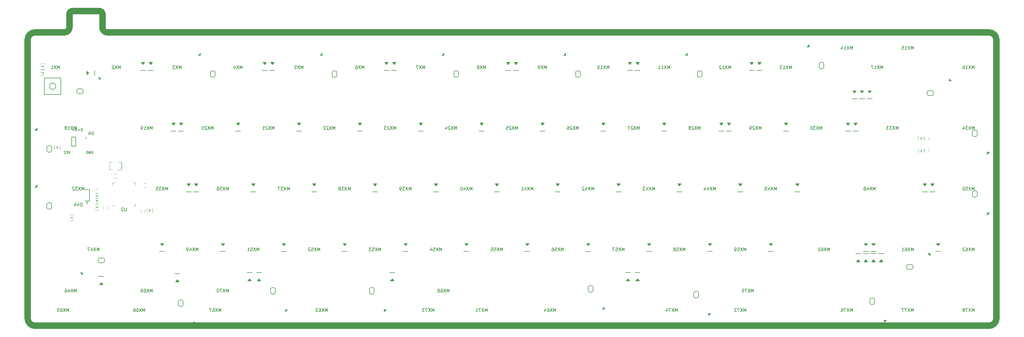
<source format=gbr>
G04 #@! TF.GenerationSoftware,KiCad,Pcbnew,(5.1.10)-1*
G04 #@! TF.CreationDate,2021-12-23T10:18:36+07:00*
G04 #@! TF.ProjectId,averange65,61766572-616e-4676-9536-352e6b696361,rev?*
G04 #@! TF.SameCoordinates,Original*
G04 #@! TF.FileFunction,Legend,Bot*
G04 #@! TF.FilePolarity,Positive*
%FSLAX46Y46*%
G04 Gerber Fmt 4.6, Leading zero omitted, Abs format (unit mm)*
G04 Created by KiCad (PCBNEW (5.1.10)-1) date 2021-12-23 10:18:36*
%MOMM*%
%LPD*%
G01*
G04 APERTURE LIST*
%ADD10C,2.000000*%
%ADD11C,0.187500*%
%ADD12C,0.100000*%
%ADD13C,0.150000*%
%ADD14C,0.120000*%
G04 APERTURE END LIST*
D10*
X303856094Y-129708468D02*
X303856094Y-42364041D01*
X3008419Y-132073846D02*
G75*
G02*
X643040Y-129676719I15874J2381253D01*
G01*
X24058790Y-38417500D02*
X24058552Y-34120276D01*
X303856084Y-129709968D02*
G75*
G02*
X301490767Y-132073793I-2381190J17375D01*
G01*
X13739857Y-38427728D02*
G75*
G02*
X12174662Y-39998508I-1587417J16567D01*
G01*
X643040Y-42395793D02*
X643040Y-129676719D01*
X13740101Y-34120277D02*
X13739863Y-38417500D01*
X3008420Y-132073846D02*
X301490767Y-132073793D01*
X301490767Y-39998716D02*
X25630341Y-39998584D01*
X301492267Y-39998726D02*
G75*
G02*
X303856094Y-42364041I-17373J-2381190D01*
G01*
X13740103Y-34120165D02*
G75*
G02*
X14517818Y-33342559I793590J-15986D01*
G01*
X23280834Y-33342559D02*
X14517818Y-33342559D01*
X25631611Y-39998596D02*
G75*
G02*
X24058790Y-38427036I14602J1587435D01*
G01*
X12174662Y-39998508D02*
X3002070Y-39998767D01*
X643081Y-42393827D02*
G75*
G02*
X3002070Y-39998767I2381212J13911D01*
G01*
X23280946Y-33342561D02*
G75*
G02*
X24058552Y-34120276I-15986J-793590D01*
G01*
D11*
X17766219Y-70903995D02*
X17766219Y-70153995D01*
X17587647Y-70153995D01*
X17480505Y-70189710D01*
X17409076Y-70261138D01*
X17373362Y-70332567D01*
X17337647Y-70475424D01*
X17337647Y-70582567D01*
X17373362Y-70725424D01*
X17409076Y-70796852D01*
X17480505Y-70868281D01*
X17587647Y-70903995D01*
X17766219Y-70903995D01*
X17016219Y-70618281D02*
X16444790Y-70618281D01*
X16730505Y-70903995D02*
X16730505Y-70332567D01*
X15980274Y-70903995D02*
X15980274Y-70153995D01*
X15801702Y-70153995D01*
X15694560Y-70189710D01*
X15623131Y-70261138D01*
X15587417Y-70332567D01*
X15551702Y-70475424D01*
X15551702Y-70582567D01*
X15587417Y-70725424D01*
X15623131Y-70796852D01*
X15694560Y-70868281D01*
X15801702Y-70903995D01*
X15980274Y-70903995D01*
X15230274Y-70618281D02*
X14658845Y-70618281D01*
X20653508Y-77333490D02*
X20724937Y-77297775D01*
X20832080Y-77297775D01*
X20939222Y-77333490D01*
X21010651Y-77404918D01*
X21046365Y-77476347D01*
X21082080Y-77619204D01*
X21082080Y-77726347D01*
X21046365Y-77869204D01*
X21010651Y-77940632D01*
X20939222Y-78012061D01*
X20832080Y-78047775D01*
X20760651Y-78047775D01*
X20653508Y-78012061D01*
X20617794Y-77976347D01*
X20617794Y-77726347D01*
X20760651Y-77726347D01*
X20296365Y-78047775D02*
X20296365Y-77297775D01*
X19867794Y-78047775D01*
X19867794Y-77297775D01*
X19510651Y-78047775D02*
X19510651Y-77297775D01*
X19332080Y-77297775D01*
X19224937Y-77333490D01*
X19153508Y-77404918D01*
X19117794Y-77476347D01*
X19082080Y-77619204D01*
X19082080Y-77726347D01*
X19117794Y-77869204D01*
X19153508Y-77940632D01*
X19224937Y-78012061D01*
X19332080Y-78047775D01*
X19510651Y-78047775D01*
X13938300Y-77297775D02*
X13688300Y-78047775D01*
X13438300Y-77297775D01*
X12759728Y-77976347D02*
X12795442Y-78012061D01*
X12902585Y-78047775D01*
X12974014Y-78047775D01*
X13081157Y-78012061D01*
X13152585Y-77940632D01*
X13188300Y-77869204D01*
X13224014Y-77726347D01*
X13224014Y-77619204D01*
X13188300Y-77476347D01*
X13152585Y-77404918D01*
X13081157Y-77333490D01*
X12974014Y-77297775D01*
X12902585Y-77297775D01*
X12795442Y-77333490D01*
X12759728Y-77369204D01*
X12009728Y-77976347D02*
X12045442Y-78012061D01*
X12152585Y-78047775D01*
X12224014Y-78047775D01*
X12331157Y-78012061D01*
X12402585Y-77940632D01*
X12438300Y-77869204D01*
X12474014Y-77726347D01*
X12474014Y-77619204D01*
X12438300Y-77476347D01*
X12402585Y-77404918D01*
X12331157Y-77333490D01*
X12224014Y-77297775D01*
X12152585Y-77297775D01*
X12045442Y-77333490D01*
X12009728Y-77369204D01*
D12*
G36*
X267732538Y-111241110D02*
G01*
X267132538Y-112041110D01*
X268332538Y-112041110D01*
X267732538Y-111241110D01*
G37*
X267732538Y-111241110D02*
X267132538Y-112041110D01*
X268332538Y-112041110D01*
X267732538Y-111241110D01*
D13*
X268532538Y-109441110D02*
X266932538Y-109441110D01*
D12*
G36*
X265351282Y-111241110D02*
G01*
X264751282Y-112041110D01*
X265951282Y-112041110D01*
X265351282Y-111241110D01*
G37*
X265351282Y-111241110D02*
X264751282Y-112041110D01*
X265951282Y-112041110D01*
X265351282Y-111241110D01*
D13*
X266151282Y-109441110D02*
X264551282Y-109441110D01*
D12*
G36*
X262970026Y-111241110D02*
G01*
X262370026Y-112041110D01*
X263570026Y-112041110D01*
X262970026Y-111241110D01*
G37*
X262970026Y-111241110D02*
X262370026Y-112041110D01*
X263570026Y-112041110D01*
X262970026Y-111241110D01*
D13*
X263770026Y-109441110D02*
X262170026Y-109441110D01*
D12*
G36*
X260588770Y-111241110D02*
G01*
X259988770Y-112041110D01*
X261188770Y-112041110D01*
X260588770Y-111241110D01*
G37*
X260588770Y-111241110D02*
X259988770Y-112041110D01*
X261188770Y-112041110D01*
X260588770Y-111241110D01*
D13*
X261388770Y-109441110D02*
X259788770Y-109441110D01*
D12*
G36*
X191532660Y-117194375D02*
G01*
X190932660Y-117994375D01*
X192132660Y-117994375D01*
X191532660Y-117194375D01*
G37*
X191532660Y-117194375D02*
X190932660Y-117994375D01*
X192132660Y-117994375D01*
X191532660Y-117194375D01*
D13*
X192332660Y-115394375D02*
X190732660Y-115394375D01*
D12*
G36*
X188556085Y-117194375D02*
G01*
X187956085Y-117994375D01*
X189156085Y-117994375D01*
X188556085Y-117194375D01*
G37*
X188556085Y-117194375D02*
X187956085Y-117994375D01*
X189156085Y-117994375D01*
X188556085Y-117194375D01*
D13*
X189356085Y-115394375D02*
X187756085Y-115394375D01*
D12*
G36*
X114736655Y-117194125D02*
G01*
X114136655Y-117994125D01*
X115336655Y-117994125D01*
X114736655Y-117194125D01*
G37*
X114736655Y-117194125D02*
X114136655Y-117994125D01*
X115336655Y-117994125D01*
X114736655Y-117194125D01*
D13*
X115536655Y-115394125D02*
X113936655Y-115394125D01*
D12*
G36*
X73064975Y-117194375D02*
G01*
X72464975Y-117994375D01*
X73664975Y-117994375D01*
X73064975Y-117194375D01*
G37*
X73064975Y-117194375D02*
X72464975Y-117994375D01*
X73664975Y-117994375D01*
X73064975Y-117194375D01*
D13*
X73864975Y-115394375D02*
X72264975Y-115394375D01*
D12*
G36*
X70088400Y-117194250D02*
G01*
X69488400Y-117994250D01*
X70688400Y-117994250D01*
X70088400Y-117194250D01*
G37*
X70088400Y-117194250D02*
X69488400Y-117994250D01*
X70688400Y-117994250D01*
X70088400Y-117194250D01*
D13*
X70888400Y-115394250D02*
X69288400Y-115394250D01*
D12*
G36*
X47466358Y-117491907D02*
G01*
X46866358Y-118291907D01*
X48066358Y-118291907D01*
X47466358Y-117491907D01*
G37*
X47466358Y-117491907D02*
X46866358Y-118291907D01*
X48066358Y-118291907D01*
X47466358Y-117491907D01*
D13*
X48266358Y-115691907D02*
X46666358Y-115691907D01*
D12*
G36*
X23653798Y-118384878D02*
G01*
X23053798Y-119184878D01*
X24253798Y-119184878D01*
X23653798Y-118384878D01*
G37*
X23653798Y-118384878D02*
X23053798Y-119184878D01*
X24253798Y-119184878D01*
X23653798Y-118384878D01*
D13*
X24453798Y-116584878D02*
X22853798Y-116584878D01*
D12*
G36*
X285591958Y-106980941D02*
G01*
X286191958Y-106180941D01*
X284991958Y-106180941D01*
X285591958Y-106980941D01*
G37*
X285591958Y-106980941D02*
X286191958Y-106180941D01*
X284991958Y-106180941D01*
X285591958Y-106980941D01*
D13*
X284791958Y-108780941D02*
X286391958Y-108780941D01*
D12*
G36*
X265351282Y-106980941D02*
G01*
X265951282Y-106180941D01*
X264751282Y-106180941D01*
X265351282Y-106980941D01*
G37*
X265351282Y-106980941D02*
X265951282Y-106180941D01*
X264751282Y-106180941D01*
X265351282Y-106980941D01*
D13*
X264551282Y-108780941D02*
X266151282Y-108780941D01*
D12*
G36*
X262970026Y-106980941D02*
G01*
X263570026Y-106180941D01*
X262370026Y-106180941D01*
X262970026Y-106980941D01*
G37*
X262970026Y-106980941D02*
X263570026Y-106180941D01*
X262370026Y-106180941D01*
X262970026Y-106980941D01*
D13*
X262170026Y-108780941D02*
X263770026Y-108780941D01*
D12*
G36*
X233204850Y-106981265D02*
G01*
X233804850Y-106181265D01*
X232604850Y-106181265D01*
X233204850Y-106981265D01*
G37*
X233204850Y-106981265D02*
X233804850Y-106181265D01*
X232604850Y-106181265D01*
X233204850Y-106981265D01*
D13*
X232404850Y-108781265D02*
X234004850Y-108781265D01*
D12*
G36*
X214154770Y-106981265D02*
G01*
X214754770Y-106181265D01*
X213554770Y-106181265D01*
X214154770Y-106981265D01*
G37*
X214154770Y-106981265D02*
X214754770Y-106181265D01*
X213554770Y-106181265D01*
X214154770Y-106981265D01*
D13*
X213354770Y-108781265D02*
X214954770Y-108781265D01*
D12*
G36*
X195104690Y-106981265D02*
G01*
X195704690Y-106181265D01*
X194504690Y-106181265D01*
X195104690Y-106981265D01*
G37*
X195104690Y-106981265D02*
X195704690Y-106181265D01*
X194504690Y-106181265D01*
X195104690Y-106981265D01*
D13*
X194304690Y-108781265D02*
X195904690Y-108781265D01*
D12*
G36*
X176054610Y-106981265D02*
G01*
X176654610Y-106181265D01*
X175454610Y-106181265D01*
X176054610Y-106981265D01*
G37*
X176054610Y-106981265D02*
X176654610Y-106181265D01*
X175454610Y-106181265D01*
X176054610Y-106981265D01*
D13*
X175254610Y-108781265D02*
X176854610Y-108781265D01*
D12*
G36*
X157004530Y-106981265D02*
G01*
X157604530Y-106181265D01*
X156404530Y-106181265D01*
X157004530Y-106981265D01*
G37*
X157004530Y-106981265D02*
X157604530Y-106181265D01*
X156404530Y-106181265D01*
X157004530Y-106981265D01*
D13*
X156204530Y-108781265D02*
X157804530Y-108781265D01*
D12*
G36*
X137954450Y-106981265D02*
G01*
X138554450Y-106181265D01*
X137354450Y-106181265D01*
X137954450Y-106981265D01*
G37*
X137954450Y-106981265D02*
X138554450Y-106181265D01*
X137354450Y-106181265D01*
X137954450Y-106981265D01*
D13*
X137154450Y-108781265D02*
X138754450Y-108781265D01*
D12*
G36*
X118904370Y-106981265D02*
G01*
X119504370Y-106181265D01*
X118304370Y-106181265D01*
X118904370Y-106981265D01*
G37*
X118904370Y-106981265D02*
X119504370Y-106181265D01*
X118304370Y-106181265D01*
X118904370Y-106981265D01*
D13*
X118104370Y-108781265D02*
X119704370Y-108781265D01*
D12*
G36*
X99854290Y-106981265D02*
G01*
X100454290Y-106181265D01*
X99254290Y-106181265D01*
X99854290Y-106981265D01*
G37*
X99854290Y-106981265D02*
X100454290Y-106181265D01*
X99254290Y-106181265D01*
X99854290Y-106981265D01*
D13*
X99054290Y-108781265D02*
X100654290Y-108781265D01*
D12*
G36*
X80804210Y-106981265D02*
G01*
X81404210Y-106181265D01*
X80204210Y-106181265D01*
X80804210Y-106981265D01*
G37*
X80804210Y-106981265D02*
X81404210Y-106181265D01*
X80204210Y-106181265D01*
X80804210Y-106981265D01*
D13*
X80004210Y-108781265D02*
X81604210Y-108781265D01*
D12*
G36*
X61754130Y-106981265D02*
G01*
X62354130Y-106181265D01*
X61154130Y-106181265D01*
X61754130Y-106981265D01*
G37*
X61754130Y-106981265D02*
X62354130Y-106181265D01*
X61154130Y-106181265D01*
X61754130Y-106981265D01*
D13*
X60954130Y-108781265D02*
X62554130Y-108781265D01*
D12*
G36*
X283806016Y-88228550D02*
G01*
X284406016Y-87428550D01*
X283206016Y-87428550D01*
X283806016Y-88228550D01*
G37*
X283806016Y-88228550D02*
X284406016Y-87428550D01*
X283206016Y-87428550D01*
X283806016Y-88228550D01*
D13*
X283006016Y-90028550D02*
X284606016Y-90028550D01*
D12*
G36*
X42703846Y-106980941D02*
G01*
X43303846Y-106180941D01*
X42103846Y-106180941D01*
X42703846Y-106980941D01*
G37*
X42703846Y-106980941D02*
X43303846Y-106180941D01*
X42103846Y-106180941D01*
X42703846Y-106980941D01*
D13*
X41903846Y-108780941D02*
X43503846Y-108780941D01*
D12*
G36*
X281424760Y-88228550D02*
G01*
X282024760Y-87428550D01*
X280824760Y-87428550D01*
X281424760Y-88228550D01*
G37*
X281424760Y-88228550D02*
X282024760Y-87428550D01*
X280824760Y-87428550D01*
X281424760Y-88228550D01*
D13*
X280624760Y-90028550D02*
X282224760Y-90028550D01*
D12*
G36*
X241539260Y-88228842D02*
G01*
X242139260Y-87428842D01*
X240939260Y-87428842D01*
X241539260Y-88228842D01*
G37*
X241539260Y-88228842D02*
X242139260Y-87428842D01*
X240939260Y-87428842D01*
X241539260Y-88228842D01*
D13*
X240739260Y-90028842D02*
X242339260Y-90028842D01*
D12*
G36*
X223679810Y-88228842D02*
G01*
X224279810Y-87428842D01*
X223079810Y-87428842D01*
X223679810Y-88228842D01*
G37*
X223679810Y-88228842D02*
X224279810Y-87428842D01*
X223079810Y-87428842D01*
X223679810Y-88228842D01*
D13*
X222879810Y-90028842D02*
X224479810Y-90028842D01*
D12*
G36*
X204629730Y-88228842D02*
G01*
X205229730Y-87428842D01*
X204029730Y-87428842D01*
X204629730Y-88228842D01*
G37*
X204629730Y-88228842D02*
X205229730Y-87428842D01*
X204029730Y-87428842D01*
X204629730Y-88228842D01*
D13*
X203829730Y-90028842D02*
X205429730Y-90028842D01*
D12*
G36*
X185579650Y-88228842D02*
G01*
X186179650Y-87428842D01*
X184979650Y-87428842D01*
X185579650Y-88228842D01*
G37*
X185579650Y-88228842D02*
X186179650Y-87428842D01*
X184979650Y-87428842D01*
X185579650Y-88228842D01*
D13*
X184779650Y-90028842D02*
X186379650Y-90028842D01*
D12*
G36*
X166529570Y-88228842D02*
G01*
X167129570Y-87428842D01*
X165929570Y-87428842D01*
X166529570Y-88228842D01*
G37*
X166529570Y-88228842D02*
X167129570Y-87428842D01*
X165929570Y-87428842D01*
X166529570Y-88228842D01*
D13*
X165729570Y-90028842D02*
X167329570Y-90028842D01*
D12*
G36*
X147479490Y-88228842D02*
G01*
X148079490Y-87428842D01*
X146879490Y-87428842D01*
X147479490Y-88228842D01*
G37*
X147479490Y-88228842D02*
X148079490Y-87428842D01*
X146879490Y-87428842D01*
X147479490Y-88228842D01*
D13*
X146679490Y-90028842D02*
X148279490Y-90028842D01*
D12*
G36*
X128428750Y-88228442D02*
G01*
X129028750Y-87428442D01*
X127828750Y-87428442D01*
X128428750Y-88228442D01*
G37*
X128428750Y-88228442D02*
X129028750Y-87428442D01*
X127828750Y-87428442D01*
X128428750Y-88228442D01*
D13*
X127628750Y-90028442D02*
X129228750Y-90028442D01*
D12*
G36*
X109378750Y-88228442D02*
G01*
X109978750Y-87428442D01*
X108778750Y-87428442D01*
X109378750Y-88228442D01*
G37*
X109378750Y-88228442D02*
X109978750Y-87428442D01*
X108778750Y-87428442D01*
X109378750Y-88228442D01*
D13*
X108578750Y-90028442D02*
X110178750Y-90028442D01*
D12*
G36*
X90329250Y-88228842D02*
G01*
X90929250Y-87428842D01*
X89729250Y-87428842D01*
X90329250Y-88228842D01*
G37*
X90329250Y-88228842D02*
X90929250Y-87428842D01*
X89729250Y-87428842D01*
X90329250Y-88228842D01*
D13*
X89529250Y-90028842D02*
X91129250Y-90028842D01*
D12*
G36*
X71279170Y-88228842D02*
G01*
X71879170Y-87428842D01*
X70679170Y-87428842D01*
X71279170Y-88228842D01*
G37*
X71279170Y-88228842D02*
X71879170Y-87428842D01*
X70679170Y-87428842D01*
X71279170Y-88228842D01*
D13*
X70479170Y-90028842D02*
X72079170Y-90028842D01*
D12*
G36*
X51038125Y-88228442D02*
G01*
X51638125Y-87428442D01*
X50438125Y-87428442D01*
X51038125Y-88228442D01*
G37*
X51038125Y-88228442D02*
X51638125Y-87428442D01*
X50438125Y-87428442D01*
X51038125Y-88228442D01*
D13*
X50238125Y-90028442D02*
X51838125Y-90028442D01*
D12*
G36*
X257374760Y-69178502D02*
G01*
X257974760Y-68378502D01*
X256774760Y-68378502D01*
X257374760Y-69178502D01*
G37*
X257374760Y-69178502D02*
X257974760Y-68378502D01*
X256774760Y-68378502D01*
X257374760Y-69178502D01*
D13*
X256574760Y-70978502D02*
X258174760Y-70978502D01*
D12*
G36*
X259756016Y-69178550D02*
G01*
X260356016Y-68378550D01*
X259156016Y-68378550D01*
X259756016Y-69178550D01*
G37*
X259756016Y-69178550D02*
X260356016Y-68378550D01*
X259156016Y-68378550D01*
X259756016Y-69178550D01*
D13*
X258956016Y-70978550D02*
X260556016Y-70978550D01*
D12*
G36*
X53419375Y-88228442D02*
G01*
X54019375Y-87428442D01*
X52819375Y-87428442D01*
X53419375Y-88228442D01*
G37*
X53419375Y-88228442D02*
X54019375Y-87428442D01*
X52819375Y-87428442D01*
X53419375Y-88228442D01*
D13*
X52619375Y-90028442D02*
X54219375Y-90028442D01*
D12*
G36*
X237966886Y-69178442D02*
G01*
X238566886Y-68378442D01*
X237366886Y-68378442D01*
X237966886Y-69178442D01*
G37*
X237966886Y-69178442D02*
X238566886Y-68378442D01*
X237366886Y-68378442D01*
X237966886Y-69178442D01*
D13*
X237166886Y-70978442D02*
X238766886Y-70978442D01*
D12*
G36*
X220107920Y-69178762D02*
G01*
X220707920Y-68378762D01*
X219507920Y-68378762D01*
X220107920Y-69178762D01*
G37*
X220107920Y-69178762D02*
X220707920Y-68378762D01*
X219507920Y-68378762D01*
X220107920Y-69178762D01*
D13*
X219307920Y-70978762D02*
X220907920Y-70978762D01*
D12*
G36*
X217726660Y-69178762D02*
G01*
X218326660Y-68378762D01*
X217126660Y-68378762D01*
X217726660Y-69178762D01*
G37*
X217726660Y-69178762D02*
X218326660Y-68378762D01*
X217126660Y-68378762D01*
X217726660Y-69178762D01*
D13*
X216926660Y-70978762D02*
X218526660Y-70978762D01*
D12*
G36*
X199867210Y-69178762D02*
G01*
X200467210Y-68378762D01*
X199267210Y-68378762D01*
X199867210Y-69178762D01*
G37*
X199867210Y-69178762D02*
X200467210Y-68378762D01*
X199267210Y-68378762D01*
X199867210Y-69178762D01*
D13*
X199067210Y-70978762D02*
X200667210Y-70978762D01*
D12*
G36*
X180816426Y-69178442D02*
G01*
X181416426Y-68378442D01*
X180216426Y-68378442D01*
X180816426Y-69178442D01*
G37*
X180816426Y-69178442D02*
X181416426Y-68378442D01*
X180216426Y-68378442D01*
X180816426Y-69178442D01*
D13*
X180016426Y-70978442D02*
X181616426Y-70978442D01*
D12*
G36*
X161767050Y-69178762D02*
G01*
X162367050Y-68378762D01*
X161167050Y-68378762D01*
X161767050Y-69178762D01*
G37*
X161767050Y-69178762D02*
X162367050Y-68378762D01*
X161167050Y-68378762D01*
X161767050Y-69178762D01*
D13*
X160967050Y-70978762D02*
X162567050Y-70978762D01*
D12*
G36*
X142716394Y-69178442D02*
G01*
X143316394Y-68378442D01*
X142116394Y-68378442D01*
X142716394Y-69178442D01*
G37*
X142716394Y-69178442D02*
X143316394Y-68378442D01*
X142116394Y-68378442D01*
X142716394Y-69178442D01*
D13*
X141916394Y-70978442D02*
X143516394Y-70978442D01*
D12*
G36*
X123666378Y-69178442D02*
G01*
X124266378Y-68378442D01*
X123066378Y-68378442D01*
X123666378Y-69178442D01*
G37*
X123666378Y-69178442D02*
X124266378Y-68378442D01*
X123066378Y-68378442D01*
X123666378Y-69178442D01*
D13*
X122866378Y-70978442D02*
X124466378Y-70978442D01*
D12*
G36*
X104616362Y-69178442D02*
G01*
X105216362Y-68378442D01*
X104016362Y-68378442D01*
X104616362Y-69178442D01*
G37*
X104616362Y-69178442D02*
X105216362Y-68378442D01*
X104016362Y-68378442D01*
X104616362Y-69178442D01*
D13*
X103816362Y-70978442D02*
X105416362Y-70978442D01*
D12*
G36*
X85566346Y-69178442D02*
G01*
X86166346Y-68378442D01*
X84966346Y-68378442D01*
X85566346Y-69178442D01*
G37*
X85566346Y-69178442D02*
X86166346Y-68378442D01*
X84966346Y-68378442D01*
X85566346Y-69178442D01*
D13*
X84766346Y-70978442D02*
X86366346Y-70978442D01*
D12*
G36*
X66516330Y-69178442D02*
G01*
X67116330Y-68378442D01*
X65916330Y-68378442D01*
X66516330Y-69178442D01*
G37*
X66516330Y-69178442D02*
X67116330Y-68378442D01*
X65916330Y-68378442D01*
X66516330Y-69178442D01*
D13*
X65716330Y-70978442D02*
X67316330Y-70978442D01*
D12*
G36*
X46275730Y-69178762D02*
G01*
X46875730Y-68378762D01*
X45675730Y-68378762D01*
X46275730Y-69178762D01*
G37*
X46275730Y-69178762D02*
X46875730Y-68378762D01*
X45675730Y-68378762D01*
X46275730Y-69178762D01*
D13*
X45475730Y-70978762D02*
X47075730Y-70978762D01*
D12*
G36*
X48656986Y-69178502D02*
G01*
X49256986Y-68378502D01*
X48056986Y-68378502D01*
X48656986Y-69178502D01*
G37*
X48656986Y-69178502D02*
X49256986Y-68378502D01*
X48056986Y-68378502D01*
X48656986Y-69178502D01*
D13*
X47856986Y-70978502D02*
X49456986Y-70978502D01*
D12*
G36*
X264160654Y-59058164D02*
G01*
X264760654Y-58258164D01*
X263560654Y-58258164D01*
X264160654Y-59058164D01*
G37*
X264160654Y-59058164D02*
X264760654Y-58258164D01*
X263560654Y-58258164D01*
X264160654Y-59058164D01*
D13*
X263360654Y-60858164D02*
X264960654Y-60858164D01*
D12*
G36*
X261779398Y-59058164D02*
G01*
X262379398Y-58258164D01*
X261179398Y-58258164D01*
X261779398Y-59058164D01*
G37*
X261779398Y-59058164D02*
X262379398Y-58258164D01*
X261179398Y-58258164D01*
X261779398Y-59058164D01*
D13*
X260979398Y-60858164D02*
X262579398Y-60858164D01*
D12*
G36*
X259398142Y-59058164D02*
G01*
X259998142Y-58258164D01*
X258798142Y-58258164D01*
X259398142Y-59058164D01*
G37*
X259398142Y-59058164D02*
X259998142Y-58258164D01*
X258798142Y-58258164D01*
X259398142Y-59058164D01*
D13*
X258598142Y-60858164D02*
X260198142Y-60858164D01*
D12*
G36*
X229632960Y-50128679D02*
G01*
X230232960Y-49328679D01*
X229032960Y-49328679D01*
X229632960Y-50128679D01*
G37*
X229632960Y-50128679D02*
X230232960Y-49328679D01*
X229032960Y-49328679D01*
X229632960Y-50128679D01*
D13*
X228832960Y-51928679D02*
X230432960Y-51928679D01*
D12*
G36*
X227250840Y-50128439D02*
G01*
X227850840Y-49328439D01*
X226650840Y-49328439D01*
X227250840Y-50128439D01*
G37*
X227250840Y-50128439D02*
X227850840Y-49328439D01*
X226650840Y-49328439D01*
X227250840Y-50128439D01*
D13*
X226450840Y-51928439D02*
X228050840Y-51928439D01*
D12*
G36*
X191532800Y-50128439D02*
G01*
X192132800Y-49328439D01*
X190932800Y-49328439D01*
X191532800Y-50128439D01*
G37*
X191532800Y-50128439D02*
X192132800Y-49328439D01*
X190932800Y-49328439D01*
X191532800Y-50128439D01*
D13*
X190732800Y-51928439D02*
X192332800Y-51928439D01*
D12*
G36*
X189150808Y-50128439D02*
G01*
X189750808Y-49328439D01*
X188550808Y-49328439D01*
X189150808Y-50128439D01*
G37*
X189150808Y-50128439D02*
X189750808Y-49328439D01*
X188550808Y-49328439D01*
X189150808Y-50128439D01*
D13*
X188350808Y-51928439D02*
X189950808Y-51928439D01*
D12*
G36*
X153432640Y-50128439D02*
G01*
X154032640Y-49328439D01*
X152832640Y-49328439D01*
X153432640Y-50128439D01*
G37*
X153432640Y-50128439D02*
X154032640Y-49328439D01*
X152832640Y-49328439D01*
X153432640Y-50128439D01*
D13*
X152632640Y-51928439D02*
X154232640Y-51928439D01*
D12*
G36*
X151050776Y-50128439D02*
G01*
X151650776Y-49328439D01*
X150450776Y-49328439D01*
X151050776Y-50128439D01*
G37*
X151050776Y-50128439D02*
X151650776Y-49328439D01*
X150450776Y-49328439D01*
X151050776Y-50128439D01*
D13*
X150250776Y-51928439D02*
X151850776Y-51928439D01*
D12*
G36*
X115332480Y-50128439D02*
G01*
X115932480Y-49328439D01*
X114732480Y-49328439D01*
X115332480Y-50128439D01*
G37*
X115332480Y-50128439D02*
X115932480Y-49328439D01*
X114732480Y-49328439D01*
X115332480Y-50128439D01*
D13*
X114532480Y-51928439D02*
X116132480Y-51928439D01*
D12*
G36*
X112950744Y-50128439D02*
G01*
X113550744Y-49328439D01*
X112350744Y-49328439D01*
X112950744Y-50128439D01*
G37*
X112950744Y-50128439D02*
X113550744Y-49328439D01*
X112350744Y-49328439D01*
X112950744Y-50128439D01*
D13*
X112150744Y-51928439D02*
X113750744Y-51928439D01*
D12*
G36*
X77232320Y-50128679D02*
G01*
X77832320Y-49328679D01*
X76632320Y-49328679D01*
X77232320Y-50128679D01*
G37*
X77232320Y-50128679D02*
X77832320Y-49328679D01*
X76632320Y-49328679D01*
X77232320Y-50128679D01*
D13*
X76432320Y-51928679D02*
X78032320Y-51928679D01*
D12*
G36*
X74850712Y-50128439D02*
G01*
X75450712Y-49328439D01*
X74250712Y-49328439D01*
X74850712Y-50128439D01*
G37*
X74850712Y-50128439D02*
X75450712Y-49328439D01*
X74250712Y-49328439D01*
X74850712Y-50128439D01*
D13*
X74050712Y-51928439D02*
X75650712Y-51928439D01*
D12*
G36*
X39132160Y-50128679D02*
G01*
X39732160Y-49328679D01*
X38532160Y-49328679D01*
X39132160Y-50128679D01*
G37*
X39132160Y-50128679D02*
X39732160Y-49328679D01*
X38532160Y-49328679D01*
X39132160Y-50128679D01*
D13*
X38332160Y-51928679D02*
X39932160Y-51928679D01*
D12*
G36*
X36750900Y-50128679D02*
G01*
X37350900Y-49328679D01*
X36150900Y-49328679D01*
X36750900Y-50128679D01*
G37*
X36750900Y-50128679D02*
X37350900Y-49328679D01*
X36150900Y-49328679D01*
X36750900Y-50128679D01*
D13*
X35950900Y-51928679D02*
X37550900Y-51928679D01*
D12*
G36*
X19886600Y-52705024D02*
G01*
X19086600Y-52105024D01*
X19086600Y-53305024D01*
X19886600Y-52705024D01*
G37*
X19886600Y-52705024D02*
X19086600Y-52105024D01*
X19086600Y-53305024D01*
X19886600Y-52705024D01*
D13*
X21686600Y-53505024D02*
X21686600Y-51905024D01*
D14*
X19303750Y-73050400D02*
X18668750Y-73050400D01*
X18668750Y-73050400D02*
X18668750Y-73685400D01*
X27912750Y-94415420D02*
X27187750Y-94415420D01*
X34407750Y-87195420D02*
X34407750Y-87920420D01*
X33682750Y-87195420D02*
X34407750Y-87195420D01*
X27187750Y-87195420D02*
X27187750Y-87920420D01*
X27912750Y-87195420D02*
X27187750Y-87195420D01*
X34407750Y-94415420D02*
X34407750Y-93690420D01*
X33682750Y-94415420D02*
X34407750Y-94415420D01*
D13*
X15723750Y-75770400D02*
X14423750Y-75770400D01*
X15723750Y-72870400D02*
X15723750Y-75770400D01*
X14423750Y-72870400D02*
X15723750Y-72870400D01*
X14423750Y-72870400D02*
X14423750Y-75770400D01*
D12*
X14396250Y-98307500D02*
X14496250Y-97907500D01*
X14696250Y-97907500D02*
X14796250Y-98307500D01*
X14196250Y-98307500D02*
X14296250Y-97907500D01*
X14096250Y-97907500D02*
X14196250Y-98307500D01*
X14296250Y-97907500D02*
X14396250Y-98307500D01*
X14496250Y-97907500D02*
X14596250Y-98307500D01*
X14596250Y-98307500D02*
X14696250Y-97907500D01*
D14*
X13846250Y-98987500D02*
X15046250Y-98987500D01*
X15046250Y-97227500D02*
X13846250Y-97227500D01*
D12*
X39034305Y-95915289D02*
X38634305Y-95815289D01*
X38634305Y-95615289D02*
X39034305Y-95515289D01*
X39034305Y-96115289D02*
X38634305Y-96015289D01*
X38634305Y-96215289D02*
X39034305Y-96115289D01*
X38634305Y-96015289D02*
X39034305Y-95915289D01*
X38634305Y-95815289D02*
X39034305Y-95715289D01*
X39034305Y-95715289D02*
X38634305Y-95615289D01*
D14*
X39714305Y-96465289D02*
X39714305Y-95265289D01*
X37954305Y-95265289D02*
X37954305Y-96465289D01*
D12*
X22164597Y-91103246D02*
X22064597Y-91503246D01*
X22264597Y-91503246D02*
X22164597Y-91103246D01*
X22364597Y-91103246D02*
X22264597Y-91503246D01*
X22464597Y-91503246D02*
X22364597Y-91103246D01*
X22664597Y-91503246D02*
X22564597Y-91103246D01*
X22564597Y-91103246D02*
X22464597Y-91503246D01*
X22064597Y-91503246D02*
X21964597Y-91103246D01*
D14*
X22739597Y-92003246D02*
X21889597Y-92003246D01*
X22739597Y-90603246D02*
X21889597Y-90603246D01*
D12*
X22164597Y-92638023D02*
X22064597Y-93038023D01*
X22264597Y-93038023D02*
X22164597Y-92638023D01*
X22364597Y-92638023D02*
X22264597Y-93038023D01*
X22464597Y-93038023D02*
X22364597Y-92638023D01*
X22664597Y-93038023D02*
X22564597Y-92638023D01*
X22564597Y-92638023D02*
X22464597Y-93038023D01*
X22064597Y-93038023D02*
X21964597Y-92638023D01*
D14*
X22739597Y-93538023D02*
X21889597Y-93538023D01*
X22739597Y-92138023D02*
X21889597Y-92138023D01*
D12*
X5252250Y-52873000D02*
X5352250Y-52473000D01*
X5552250Y-52473000D02*
X5652250Y-52873000D01*
X5052250Y-52873000D02*
X5152250Y-52473000D01*
X4952250Y-52473000D02*
X5052250Y-52873000D01*
X5152250Y-52473000D02*
X5252250Y-52873000D01*
X5352250Y-52473000D02*
X5452250Y-52873000D01*
X5452250Y-52873000D02*
X5552250Y-52473000D01*
D14*
X4702250Y-53553000D02*
X5902250Y-53553000D01*
X5902250Y-51793000D02*
X4702250Y-51793000D01*
D12*
X5252250Y-50873000D02*
X5352250Y-50473000D01*
X5552250Y-50473000D02*
X5652250Y-50873000D01*
X5052250Y-50873000D02*
X5152250Y-50473000D01*
X4952250Y-50473000D02*
X5052250Y-50873000D01*
X5152250Y-50473000D02*
X5252250Y-50873000D01*
X5352250Y-50473000D02*
X5452250Y-50873000D01*
X5452250Y-50873000D02*
X5552250Y-50473000D01*
D14*
X4702250Y-51553000D02*
X5902250Y-51553000D01*
X5902250Y-49793000D02*
X4702250Y-49793000D01*
X36956250Y-88611000D02*
X37656250Y-88611000D01*
X37656250Y-87411000D02*
X36956250Y-87411000D01*
X22664597Y-89203246D02*
X21964597Y-89203246D01*
X21964597Y-90403246D02*
X22664597Y-90403246D01*
X28468653Y-84549637D02*
X27768653Y-84549637D01*
X27768653Y-85749637D02*
X28468653Y-85749637D01*
X37350706Y-96362000D02*
X37350706Y-95662000D01*
X36150706Y-95662000D02*
X36150706Y-96362000D01*
X25523750Y-95397500D02*
X25523750Y-94697500D01*
X24323750Y-94697500D02*
X24323750Y-95397500D01*
D12*
G36*
X283377750Y-109814000D02*
G01*
X282577750Y-109814000D01*
X282577750Y-109014000D01*
X283377750Y-109814000D01*
G37*
X283377750Y-109814000D02*
X282577750Y-109814000D01*
X282577750Y-109014000D01*
X283377750Y-109814000D01*
D13*
X277727750Y-113864000D02*
X277727750Y-113364000D01*
X276227750Y-114364000D02*
X277227750Y-114364000D01*
X275727750Y-113364000D02*
X275727750Y-113864000D01*
X277227750Y-112864000D02*
X276227750Y-112864000D01*
X275727750Y-113864000D02*
G75*
G03*
X276227750Y-114364000I500000J0D01*
G01*
X277227750Y-114364000D02*
G75*
G03*
X277727750Y-113864000I0J500000D01*
G01*
X277727750Y-113364000D02*
G75*
G03*
X277227750Y-112864000I-500000J0D01*
G01*
X276227750Y-112864000D02*
G75*
G03*
X275727750Y-113364000I0J-500000D01*
G01*
D12*
G36*
X268741910Y-131021617D02*
G01*
X268741910Y-130221617D01*
X269541910Y-130221617D01*
X268741910Y-131021617D01*
G37*
X268741910Y-131021617D02*
X268741910Y-130221617D01*
X269541910Y-130221617D01*
X268741910Y-131021617D01*
D13*
X264691910Y-125371617D02*
X265191910Y-125371617D01*
X264191910Y-123871617D02*
X264191910Y-124871617D01*
X265191910Y-123371617D02*
X264691910Y-123371617D01*
X265691910Y-124871617D02*
X265691910Y-123871617D01*
X264691910Y-123371617D02*
G75*
G03*
X264191910Y-123871617I0J-500000D01*
G01*
X264191910Y-124871617D02*
G75*
G03*
X264691910Y-125371617I500000J0D01*
G01*
X265191910Y-125371617D02*
G75*
G03*
X265691910Y-124871617I0J500000D01*
G01*
X265691910Y-123871617D02*
G75*
G03*
X265191910Y-123371617I-500000J0D01*
G01*
D12*
G36*
X213675365Y-128938018D02*
G01*
X213675365Y-128138018D01*
X214475365Y-128138018D01*
X213675365Y-128938018D01*
G37*
X213675365Y-128938018D02*
X213675365Y-128138018D01*
X214475365Y-128138018D01*
X213675365Y-128938018D01*
D13*
X209625365Y-123288018D02*
X210125365Y-123288018D01*
X209125365Y-121788018D02*
X209125365Y-122788018D01*
X210125365Y-121288018D02*
X209625365Y-121288018D01*
X210625365Y-122788018D02*
X210625365Y-121788018D01*
X209625365Y-121288018D02*
G75*
G03*
X209125365Y-121788018I0J-500000D01*
G01*
X209125365Y-122788018D02*
G75*
G03*
X209625365Y-123288018I500000J0D01*
G01*
X210125365Y-123288018D02*
G75*
G03*
X210625365Y-122788018I0J500000D01*
G01*
X210625365Y-121788018D02*
G75*
G03*
X210125365Y-121288018I-500000J0D01*
G01*
D12*
G36*
X180635730Y-127152210D02*
G01*
X180635730Y-126352210D01*
X181435730Y-126352210D01*
X180635730Y-127152210D01*
G37*
X180635730Y-127152210D02*
X180635730Y-126352210D01*
X181435730Y-126352210D01*
X180635730Y-127152210D01*
D13*
X176585730Y-121502210D02*
X177085730Y-121502210D01*
X176085730Y-120002210D02*
X176085730Y-121002210D01*
X177085730Y-119502210D02*
X176585730Y-119502210D01*
X177585730Y-121002210D02*
X177585730Y-120002210D01*
X176585730Y-119502210D02*
G75*
G03*
X176085730Y-120002210I0J-500000D01*
G01*
X176085730Y-121002210D02*
G75*
G03*
X176585730Y-121502210I500000J0D01*
G01*
X177085730Y-121502210D02*
G75*
G03*
X177585730Y-121002210I0J500000D01*
G01*
X177585730Y-120002210D02*
G75*
G03*
X177085730Y-119502210I-500000J0D01*
G01*
D12*
G36*
X112174505Y-127747525D02*
G01*
X112174505Y-126947525D01*
X112974505Y-126947525D01*
X112174505Y-127747525D01*
G37*
X112174505Y-127747525D02*
X112174505Y-126947525D01*
X112974505Y-126947525D01*
X112174505Y-127747525D01*
D13*
X108124505Y-122097525D02*
X108624505Y-122097525D01*
X107624505Y-120597525D02*
X107624505Y-121597525D01*
X108624505Y-120097525D02*
X108124505Y-120097525D01*
X109124505Y-121597525D02*
X109124505Y-120597525D01*
X108124505Y-120097525D02*
G75*
G03*
X107624505Y-120597525I0J-500000D01*
G01*
X107624505Y-121597525D02*
G75*
G03*
X108124505Y-122097525I500000J0D01*
G01*
X108624505Y-122097525D02*
G75*
G03*
X109124505Y-121597525I0J500000D01*
G01*
X109124505Y-120597525D02*
G75*
G03*
X108624505Y-120097525I-500000J0D01*
G01*
D12*
G36*
X81218125Y-127747525D02*
G01*
X81218125Y-126947525D01*
X82018125Y-126947525D01*
X81218125Y-127747525D01*
G37*
X81218125Y-127747525D02*
X81218125Y-126947525D01*
X82018125Y-126947525D01*
X81218125Y-127747525D01*
D13*
X77168125Y-122097525D02*
X77668125Y-122097525D01*
X76668125Y-120597525D02*
X76668125Y-121597525D01*
X77668125Y-120097525D02*
X77168125Y-120097525D01*
X78168125Y-121597525D02*
X78168125Y-120597525D01*
X77168125Y-120097525D02*
G75*
G03*
X76668125Y-120597525I0J-500000D01*
G01*
X76668125Y-121597525D02*
G75*
G03*
X77168125Y-122097525I500000J0D01*
G01*
X77668125Y-122097525D02*
G75*
G03*
X78168125Y-121597525I0J500000D01*
G01*
X78168125Y-120597525D02*
G75*
G03*
X77668125Y-120097525I-500000J0D01*
G01*
D12*
G36*
X52345271Y-131616931D02*
G01*
X52345271Y-130816931D01*
X53145271Y-130816931D01*
X52345271Y-131616931D01*
G37*
X52345271Y-131616931D02*
X52345271Y-130816931D01*
X53145271Y-130816931D01*
X52345271Y-131616931D01*
D13*
X48295271Y-125966931D02*
X48795271Y-125966931D01*
X47795271Y-124466931D02*
X47795271Y-125466931D01*
X48795271Y-123966931D02*
X48295271Y-123966931D01*
X49295271Y-125466931D02*
X49295271Y-124466931D01*
X48295271Y-123966931D02*
G75*
G03*
X47795271Y-124466931I0J-500000D01*
G01*
X47795271Y-125466931D02*
G75*
G03*
X48295271Y-125966931I500000J0D01*
G01*
X48795271Y-125966931D02*
G75*
G03*
X49295271Y-125466931I0J500000D01*
G01*
X49295271Y-124466931D02*
G75*
G03*
X48795271Y-123966931I-500000J0D01*
G01*
D12*
G36*
X17072542Y-115329395D02*
G01*
X17872542Y-115329395D01*
X17872542Y-116129395D01*
X17072542Y-115329395D01*
G37*
X17072542Y-115329395D02*
X17872542Y-115329395D01*
X17872542Y-116129395D01*
X17072542Y-115329395D01*
D13*
X22722542Y-111279395D02*
X22722542Y-111779395D01*
X24222542Y-110779395D02*
X23222542Y-110779395D01*
X24722542Y-111779395D02*
X24722542Y-111279395D01*
X23222542Y-112279395D02*
X24222542Y-112279395D01*
X24722542Y-111279395D02*
G75*
G03*
X24222542Y-110779395I-500000J0D01*
G01*
X23222542Y-110779395D02*
G75*
G03*
X22722542Y-111279395I0J-500000D01*
G01*
X22722542Y-111779395D02*
G75*
G03*
X23222542Y-112279395I500000J0D01*
G01*
X24222542Y-112279395D02*
G75*
G03*
X24722542Y-111779395I0J500000D01*
G01*
D12*
G36*
X3594520Y-87796050D02*
G01*
X3594520Y-88596050D01*
X2794520Y-88596050D01*
X3594520Y-87796050D01*
G37*
X3594520Y-87796050D02*
X3594520Y-88596050D01*
X2794520Y-88596050D01*
X3594520Y-87796050D01*
D13*
X7644520Y-93446050D02*
X7144520Y-93446050D01*
X8144520Y-94946050D02*
X8144520Y-93946050D01*
X7144520Y-95446050D02*
X7644520Y-95446050D01*
X6644520Y-93946050D02*
X6644520Y-94946050D01*
X7644520Y-95446050D02*
G75*
G03*
X8144520Y-94946050I0J500000D01*
G01*
X8144520Y-93946050D02*
G75*
G03*
X7644520Y-93446050I-500000J0D01*
G01*
X7144520Y-93446050D02*
G75*
G03*
X6644520Y-93946050I0J-500000D01*
G01*
X6644520Y-94946050D02*
G75*
G03*
X7144520Y-95446050I500000J0D01*
G01*
D12*
G36*
X3594520Y-69936600D02*
G01*
X3594520Y-70736600D01*
X2794520Y-70736600D01*
X3594520Y-69936600D01*
G37*
X3594520Y-69936600D02*
X3594520Y-70736600D01*
X2794520Y-70736600D01*
X3594520Y-69936600D01*
D13*
X7644520Y-75586600D02*
X7144520Y-75586600D01*
X8144520Y-77086600D02*
X8144520Y-76086600D01*
X7144520Y-77586600D02*
X7644520Y-77586600D01*
X6644520Y-76086600D02*
X6644520Y-77086600D01*
X7644520Y-77586600D02*
G75*
G03*
X8144520Y-77086600I0J500000D01*
G01*
X8144520Y-76086600D02*
G75*
G03*
X7644520Y-75586600I-500000J0D01*
G01*
X7144520Y-75586600D02*
G75*
G03*
X6644520Y-76086600I0J-500000D01*
G01*
X6644520Y-77086600D02*
G75*
G03*
X7144520Y-77586600I500000J0D01*
G01*
D12*
G36*
X300888866Y-97386376D02*
G01*
X300888866Y-96586376D01*
X301688866Y-96586376D01*
X300888866Y-97386376D01*
G37*
X300888866Y-97386376D02*
X300888866Y-96586376D01*
X301688866Y-96586376D01*
X300888866Y-97386376D01*
D13*
X296838866Y-91736376D02*
X297338866Y-91736376D01*
X296338866Y-90236376D02*
X296338866Y-91236376D01*
X297338866Y-89736376D02*
X296838866Y-89736376D01*
X297838866Y-91236376D02*
X297838866Y-90236376D01*
X296838866Y-89736376D02*
G75*
G03*
X296338866Y-90236376I0J-500000D01*
G01*
X296338866Y-91236376D02*
G75*
G03*
X296838866Y-91736376I500000J0D01*
G01*
X297338866Y-91736376D02*
G75*
G03*
X297838866Y-91236376I0J500000D01*
G01*
X297838866Y-90236376D02*
G75*
G03*
X297338866Y-89736376I-500000J0D01*
G01*
D12*
G36*
X300888866Y-78336328D02*
G01*
X300888866Y-77536328D01*
X301688866Y-77536328D01*
X300888866Y-78336328D01*
G37*
X300888866Y-78336328D02*
X300888866Y-77536328D01*
X301688866Y-77536328D01*
X300888866Y-78336328D01*
D13*
X296838866Y-72686328D02*
X297338866Y-72686328D01*
X296338866Y-71186328D02*
X296338866Y-72186328D01*
X297338866Y-70686328D02*
X296838866Y-70686328D01*
X297838866Y-72186328D02*
X297838866Y-71186328D01*
X296838866Y-70686328D02*
G75*
G03*
X296338866Y-71186328I0J-500000D01*
G01*
X296338866Y-72186328D02*
G75*
G03*
X296838866Y-72686328I500000J0D01*
G01*
X297338866Y-72686328D02*
G75*
G03*
X297838866Y-72186328I0J500000D01*
G01*
X297838866Y-71186328D02*
G75*
G03*
X297338866Y-70686328I-500000J0D01*
G01*
D12*
G36*
X289792570Y-55267780D02*
G01*
X288992570Y-55267780D01*
X288992570Y-54467780D01*
X289792570Y-55267780D01*
G37*
X289792570Y-55267780D02*
X288992570Y-55267780D01*
X288992570Y-54467780D01*
X289792570Y-55267780D01*
D13*
X284142570Y-59317780D02*
X284142570Y-58817780D01*
X282642570Y-59817780D02*
X283642570Y-59817780D01*
X282142570Y-58817780D02*
X282142570Y-59317780D01*
X283642570Y-58317780D02*
X282642570Y-58317780D01*
X282142570Y-59317780D02*
G75*
G03*
X282642570Y-59817780I500000J0D01*
G01*
X283642570Y-59817780D02*
G75*
G03*
X284142570Y-59317780I0J500000D01*
G01*
X284142570Y-58817780D02*
G75*
G03*
X283642570Y-58317780I-500000J0D01*
G01*
X282642570Y-58317780D02*
G75*
G03*
X282142570Y-58817780I0J-500000D01*
G01*
D12*
G36*
X245291862Y-43742512D02*
G01*
X245291862Y-44542512D01*
X244491862Y-44542512D01*
X245291862Y-43742512D01*
G37*
X245291862Y-43742512D02*
X245291862Y-44542512D01*
X244491862Y-44542512D01*
X245291862Y-43742512D01*
D13*
X249341862Y-49392512D02*
X248841862Y-49392512D01*
X249841862Y-50892512D02*
X249841862Y-49892512D01*
X248841862Y-51392512D02*
X249341862Y-51392512D01*
X248341862Y-49892512D02*
X248341862Y-50892512D01*
X249341862Y-51392512D02*
G75*
G03*
X249841862Y-50892512I0J500000D01*
G01*
X249841862Y-49892512D02*
G75*
G03*
X249341862Y-49392512I-500000J0D01*
G01*
X248841862Y-49392512D02*
G75*
G03*
X248341862Y-49892512I0J-500000D01*
G01*
X248341862Y-50892512D02*
G75*
G03*
X248841862Y-51392512I500000J0D01*
G01*
D12*
G36*
X207192250Y-46421651D02*
G01*
X207192250Y-47221651D01*
X206392250Y-47221651D01*
X207192250Y-46421651D01*
G37*
X207192250Y-46421651D02*
X207192250Y-47221651D01*
X206392250Y-47221651D01*
X207192250Y-46421651D01*
D13*
X211242250Y-52071651D02*
X210742250Y-52071651D01*
X211742250Y-53571651D02*
X211742250Y-52571651D01*
X210742250Y-54071651D02*
X211242250Y-54071651D01*
X210242250Y-52571651D02*
X210242250Y-53571651D01*
X211242250Y-54071651D02*
G75*
G03*
X211742250Y-53571651I0J500000D01*
G01*
X211742250Y-52571651D02*
G75*
G03*
X211242250Y-52071651I-500000J0D01*
G01*
X210742250Y-52071651D02*
G75*
G03*
X210242250Y-52571651I0J-500000D01*
G01*
X210242250Y-53571651D02*
G75*
G03*
X210742250Y-54071651I500000J0D01*
G01*
D12*
G36*
X169092090Y-46421651D02*
G01*
X169092090Y-47221651D01*
X168292090Y-47221651D01*
X169092090Y-46421651D01*
G37*
X169092090Y-46421651D02*
X169092090Y-47221651D01*
X168292090Y-47221651D01*
X169092090Y-46421651D01*
D13*
X173142090Y-52071651D02*
X172642090Y-52071651D01*
X173642090Y-53571651D02*
X173642090Y-52571651D01*
X172642090Y-54071651D02*
X173142090Y-54071651D01*
X172142090Y-52571651D02*
X172142090Y-53571651D01*
X173142090Y-54071651D02*
G75*
G03*
X173642090Y-53571651I0J500000D01*
G01*
X173642090Y-52571651D02*
G75*
G03*
X173142090Y-52071651I-500000J0D01*
G01*
X172642090Y-52071651D02*
G75*
G03*
X172142090Y-52571651I0J-500000D01*
G01*
X172142090Y-53571651D02*
G75*
G03*
X172642090Y-54071651I500000J0D01*
G01*
D12*
G36*
X130991930Y-46421651D02*
G01*
X130991930Y-47221651D01*
X130191930Y-47221651D01*
X130991930Y-46421651D01*
G37*
X130991930Y-46421651D02*
X130991930Y-47221651D01*
X130191930Y-47221651D01*
X130991930Y-46421651D01*
D13*
X135041930Y-52071651D02*
X134541930Y-52071651D01*
X135541930Y-53571651D02*
X135541930Y-52571651D01*
X134541930Y-54071651D02*
X135041930Y-54071651D01*
X134041930Y-52571651D02*
X134041930Y-53571651D01*
X135041930Y-54071651D02*
G75*
G03*
X135541930Y-53571651I0J500000D01*
G01*
X135541930Y-52571651D02*
G75*
G03*
X135041930Y-52071651I-500000J0D01*
G01*
X134541930Y-52071651D02*
G75*
G03*
X134041930Y-52571651I0J-500000D01*
G01*
X134041930Y-53571651D02*
G75*
G03*
X134541930Y-54071651I500000J0D01*
G01*
D12*
G36*
X92891770Y-46421651D02*
G01*
X92891770Y-47221651D01*
X92091770Y-47221651D01*
X92891770Y-46421651D01*
G37*
X92891770Y-46421651D02*
X92891770Y-47221651D01*
X92091770Y-47221651D01*
X92891770Y-46421651D01*
D13*
X96941770Y-52071651D02*
X96441770Y-52071651D01*
X97441770Y-53571651D02*
X97441770Y-52571651D01*
X96441770Y-54071651D02*
X96941770Y-54071651D01*
X95941770Y-52571651D02*
X95941770Y-53571651D01*
X96941770Y-54071651D02*
G75*
G03*
X97441770Y-53571651I0J500000D01*
G01*
X97441770Y-52571651D02*
G75*
G03*
X96941770Y-52071651I-500000J0D01*
G01*
X96441770Y-52071651D02*
G75*
G03*
X95941770Y-52571651I0J-500000D01*
G01*
X95941770Y-53571651D02*
G75*
G03*
X96441770Y-54071651I500000J0D01*
G01*
D12*
G36*
X54791610Y-46421651D02*
G01*
X54791610Y-47221651D01*
X53991610Y-47221651D01*
X54791610Y-46421651D01*
G37*
X54791610Y-46421651D02*
X54791610Y-47221651D01*
X53991610Y-47221651D01*
X54791610Y-46421651D01*
D13*
X58841610Y-52071651D02*
X58341610Y-52071651D01*
X59341610Y-53571651D02*
X59341610Y-52571651D01*
X58341610Y-54071651D02*
X58841610Y-54071651D01*
X57841610Y-52571651D02*
X57841610Y-53571651D01*
X58841610Y-54071651D02*
G75*
G03*
X59341610Y-53571651I0J500000D01*
G01*
X59341610Y-52571651D02*
G75*
G03*
X58841610Y-52071651I-500000J0D01*
G01*
X58341610Y-52071651D02*
G75*
G03*
X57841610Y-52571651I0J-500000D01*
G01*
X57841610Y-53571651D02*
G75*
G03*
X58341610Y-54071651I500000J0D01*
G01*
D12*
G36*
X23686764Y-54672466D02*
G01*
X22886764Y-54672466D01*
X22886764Y-53872466D01*
X23686764Y-54672466D01*
G37*
X23686764Y-54672466D02*
X22886764Y-54672466D01*
X22886764Y-53872466D01*
X23686764Y-54672466D01*
D13*
X18036764Y-58722466D02*
X18036764Y-58222466D01*
X16536764Y-59222466D02*
X17536764Y-59222466D01*
X16036764Y-58222466D02*
X16036764Y-58722466D01*
X17536764Y-57722466D02*
X16536764Y-57722466D01*
X16036764Y-58722466D02*
G75*
G03*
X16536764Y-59222466I500000J0D01*
G01*
X17536764Y-59222466D02*
G75*
G03*
X18036764Y-58722466I0J500000D01*
G01*
X18036764Y-58222466D02*
G75*
G03*
X17536764Y-57722466I-500000J0D01*
G01*
X16536764Y-57722466D02*
G75*
G03*
X16036764Y-58222466I0J-500000D01*
G01*
D12*
X280034132Y-73136328D02*
X280434132Y-73236328D01*
X280434132Y-73436328D02*
X280034132Y-73536328D01*
X280034132Y-72936328D02*
X280434132Y-73036328D01*
X280434132Y-72836328D02*
X280034132Y-72936328D01*
X280434132Y-73036328D02*
X280034132Y-73136328D01*
X280434132Y-73236328D02*
X280034132Y-73336328D01*
X280034132Y-73336328D02*
X280434132Y-73436328D01*
D14*
X279354132Y-72586328D02*
X279354132Y-73786328D01*
X281114132Y-73786328D02*
X281114132Y-72586328D01*
D12*
X280034132Y-77119927D02*
X280434132Y-77219927D01*
X280434132Y-77419927D02*
X280034132Y-77519927D01*
X280034132Y-76919927D02*
X280434132Y-77019927D01*
X280434132Y-76819927D02*
X280034132Y-76919927D01*
X280434132Y-77019927D02*
X280034132Y-77119927D01*
X280434132Y-77219927D02*
X280034132Y-77319927D01*
X280034132Y-77319927D02*
X280434132Y-77419927D01*
D14*
X279354132Y-76569927D02*
X279354132Y-77769927D01*
X281114132Y-77769927D02*
X281114132Y-76569927D01*
D12*
X22264597Y-95038023D02*
X22364597Y-94638023D01*
X22564597Y-94638023D02*
X22664597Y-95038023D01*
X22064597Y-95038023D02*
X22164597Y-94638023D01*
X21964597Y-94638023D02*
X22064597Y-95038023D01*
X22164597Y-94638023D02*
X22264597Y-95038023D01*
X22364597Y-94638023D02*
X22464597Y-95038023D01*
X22464597Y-95038023D02*
X22564597Y-94638023D01*
D14*
X21714597Y-95718023D02*
X22914597Y-95718023D01*
X22914597Y-93958023D02*
X21714597Y-93958023D01*
D12*
X9674250Y-76023000D02*
X10074250Y-76123000D01*
X10074250Y-76323000D02*
X9674250Y-76423000D01*
X9674250Y-75823000D02*
X10074250Y-75923000D01*
X10074250Y-75723000D02*
X9674250Y-75823000D01*
X10074250Y-75923000D02*
X9674250Y-76023000D01*
X10074250Y-76123000D02*
X9674250Y-76223000D01*
X9674250Y-76223000D02*
X10074250Y-76323000D01*
D14*
X8994250Y-75473000D02*
X8994250Y-76673000D01*
X10754250Y-76673000D02*
X10754250Y-75473000D01*
X281420074Y-73036328D02*
X281420074Y-73736328D01*
X282620074Y-73736328D02*
X282620074Y-73036328D01*
X281420074Y-76619927D02*
X281420074Y-77319927D01*
X282620074Y-77319927D02*
X282620074Y-76619927D01*
X30118653Y-82675410D02*
X30118653Y-83075410D01*
X29918653Y-82675410D02*
X29918653Y-83075410D01*
X26318653Y-82675410D02*
X26318653Y-83075410D01*
X30118653Y-80675410D02*
X30118653Y-82675410D01*
X28918653Y-83075410D02*
X28918653Y-83475410D01*
X28918653Y-83075410D02*
X29918653Y-83075410D01*
X29918653Y-82675410D02*
X29918653Y-80675410D01*
X29918653Y-80675410D02*
X28918653Y-80675410D01*
X27118653Y-80675410D02*
X26318653Y-80675410D01*
X26318653Y-80675410D02*
X26318653Y-82675410D01*
X26318653Y-83075410D02*
X27118653Y-83075410D01*
D13*
X9473291Y-56872466D02*
G75*
G03*
X9473291Y-56872466I-1000000J0D01*
G01*
X11073291Y-59472466D02*
X11073291Y-54272466D01*
X5873291Y-59472466D02*
X11073291Y-59472466D01*
X5873291Y-54272466D02*
X5873291Y-59472466D01*
X11073291Y-54272466D02*
X5873291Y-54272466D01*
X20010030Y-92942608D02*
X18610030Y-92942608D01*
X20010030Y-89342608D02*
X18610030Y-89342608D01*
X20010030Y-92942608D02*
X20010030Y-89342608D01*
X19510030Y-93442608D02*
G75*
G03*
X19510030Y-93442608I-200000J0D01*
G01*
X251634638Y-108592880D02*
X251634638Y-107592880D01*
X251301305Y-108307166D01*
X250967972Y-107592880D01*
X250967972Y-108592880D01*
X250587019Y-107592880D02*
X249920353Y-108592880D01*
X249920353Y-107592880D02*
X250587019Y-108592880D01*
X249110829Y-107592880D02*
X249301305Y-107592880D01*
X249396543Y-107640500D01*
X249444162Y-107688119D01*
X249539400Y-107830976D01*
X249587019Y-108021452D01*
X249587019Y-108402404D01*
X249539400Y-108497642D01*
X249491781Y-108545261D01*
X249396543Y-108592880D01*
X249206067Y-108592880D01*
X249110829Y-108545261D01*
X249063210Y-108497642D01*
X249015591Y-108402404D01*
X249015591Y-108164309D01*
X249063210Y-108069071D01*
X249110829Y-108021452D01*
X249206067Y-107973833D01*
X249396543Y-107973833D01*
X249491781Y-108021452D01*
X249539400Y-108069071D01*
X249587019Y-108164309D01*
X248396543Y-107592880D02*
X248301305Y-107592880D01*
X248206067Y-107640500D01*
X248158448Y-107688119D01*
X248110829Y-107783357D01*
X248063210Y-107973833D01*
X248063210Y-108211928D01*
X248110829Y-108402404D01*
X248158448Y-108497642D01*
X248206067Y-108545261D01*
X248301305Y-108592880D01*
X248396543Y-108592880D01*
X248491781Y-108545261D01*
X248539400Y-108497642D01*
X248587019Y-108402404D01*
X248634638Y-108211928D01*
X248634638Y-107973833D01*
X248587019Y-107783357D01*
X248539400Y-107688119D01*
X248491781Y-107640500D01*
X248396543Y-107592880D01*
X165910074Y-127643220D02*
X165910074Y-126643220D01*
X165576741Y-127357506D01*
X165243408Y-126643220D01*
X165243408Y-127643220D01*
X164862455Y-126643220D02*
X164195789Y-127643220D01*
X164195789Y-126643220D02*
X164862455Y-127643220D01*
X163386265Y-126643220D02*
X163576741Y-126643220D01*
X163671979Y-126690840D01*
X163719598Y-126738459D01*
X163814836Y-126881316D01*
X163862455Y-127071792D01*
X163862455Y-127452744D01*
X163814836Y-127547982D01*
X163767217Y-127595601D01*
X163671979Y-127643220D01*
X163481503Y-127643220D01*
X163386265Y-127595601D01*
X163338646Y-127547982D01*
X163291027Y-127452744D01*
X163291027Y-127214649D01*
X163338646Y-127119411D01*
X163386265Y-127071792D01*
X163481503Y-127024173D01*
X163671979Y-127024173D01*
X163767217Y-127071792D01*
X163814836Y-127119411D01*
X163862455Y-127214649D01*
X162433884Y-126976554D02*
X162433884Y-127643220D01*
X162671979Y-126595601D02*
X162910074Y-127309887D01*
X162291027Y-127309887D01*
X94472274Y-127643220D02*
X94472274Y-126643220D01*
X94138941Y-127357506D01*
X93805608Y-126643220D01*
X93805608Y-127643220D01*
X93424655Y-126643220D02*
X92757989Y-127643220D01*
X92757989Y-126643220D02*
X93424655Y-127643220D01*
X91948465Y-126643220D02*
X92138941Y-126643220D01*
X92234179Y-126690840D01*
X92281798Y-126738459D01*
X92377036Y-126881316D01*
X92424655Y-127071792D01*
X92424655Y-127452744D01*
X92377036Y-127547982D01*
X92329417Y-127595601D01*
X92234179Y-127643220D01*
X92043703Y-127643220D01*
X91948465Y-127595601D01*
X91900846Y-127547982D01*
X91853227Y-127452744D01*
X91853227Y-127214649D01*
X91900846Y-127119411D01*
X91948465Y-127071792D01*
X92043703Y-127024173D01*
X92234179Y-127024173D01*
X92329417Y-127071792D01*
X92377036Y-127119411D01*
X92424655Y-127214649D01*
X91519893Y-126643220D02*
X90900846Y-126643220D01*
X91234179Y-127024173D01*
X91091322Y-127024173D01*
X90996084Y-127071792D01*
X90948465Y-127119411D01*
X90900846Y-127214649D01*
X90900846Y-127452744D01*
X90948465Y-127547982D01*
X90996084Y-127595601D01*
X91091322Y-127643220D01*
X91377036Y-127643220D01*
X91472274Y-127595601D01*
X91519893Y-127547982D01*
X127809914Y-127643220D02*
X127809914Y-126643220D01*
X127476581Y-127357506D01*
X127143248Y-126643220D01*
X127143248Y-127643220D01*
X126762295Y-126643220D02*
X126095629Y-127643220D01*
X126095629Y-126643220D02*
X126762295Y-127643220D01*
X125809914Y-126643220D02*
X125143248Y-126643220D01*
X125571819Y-127643220D01*
X124857533Y-126643220D02*
X124238486Y-126643220D01*
X124571819Y-127024173D01*
X124428962Y-127024173D01*
X124333724Y-127071792D01*
X124286105Y-127119411D01*
X124238486Y-127214649D01*
X124238486Y-127452744D01*
X124286105Y-127547982D01*
X124333724Y-127595601D01*
X124428962Y-127643220D01*
X124714676Y-127643220D01*
X124809914Y-127595601D01*
X124857533Y-127547982D01*
X144478874Y-127643440D02*
X144478874Y-126643440D01*
X144145541Y-127357726D01*
X143812208Y-126643440D01*
X143812208Y-127643440D01*
X143431255Y-126643440D02*
X142764589Y-127643440D01*
X142764589Y-126643440D02*
X143431255Y-127643440D01*
X142478874Y-126643440D02*
X141812208Y-126643440D01*
X142240779Y-127643440D01*
X140907446Y-127643440D02*
X141478874Y-127643440D01*
X141193160Y-127643440D02*
X141193160Y-126643440D01*
X141288398Y-126786298D01*
X141383636Y-126881536D01*
X141478874Y-126929155D01*
X21335654Y-71072780D02*
X21335654Y-71882304D01*
X21288035Y-71977542D01*
X21240416Y-72025161D01*
X21145178Y-72072780D01*
X20954702Y-72072780D01*
X20859464Y-72025161D01*
X20811845Y-71977542D01*
X20764226Y-71882304D01*
X20764226Y-71072780D01*
X19859464Y-71406114D02*
X19859464Y-72072780D01*
X20097559Y-71025161D02*
X20335654Y-71739447D01*
X19716607Y-71739447D01*
X31559654Y-95077800D02*
X31559654Y-95887324D01*
X31512035Y-95982562D01*
X31464416Y-96030181D01*
X31369178Y-96077800D01*
X31178702Y-96077800D01*
X31083464Y-96030181D01*
X31035845Y-95982562D01*
X30988226Y-95887324D01*
X30988226Y-95077800D01*
X30559654Y-95173039D02*
X30512035Y-95125420D01*
X30416797Y-95077800D01*
X30178702Y-95077800D01*
X30083464Y-95125420D01*
X30035845Y-95173039D01*
X29988226Y-95268277D01*
X29988226Y-95363515D01*
X30035845Y-95506372D01*
X30607273Y-96077800D01*
X29988226Y-96077800D01*
X132572574Y-121547440D02*
X132572574Y-120547440D01*
X132239241Y-121261726D01*
X131905908Y-120547440D01*
X131905908Y-121547440D01*
X131524955Y-120547440D02*
X130858289Y-121547440D01*
X130858289Y-120547440D02*
X131524955Y-121547440D01*
X130048765Y-120547440D02*
X130239241Y-120547440D01*
X130334479Y-120595060D01*
X130382098Y-120642679D01*
X130477336Y-120785536D01*
X130524955Y-120976012D01*
X130524955Y-121356964D01*
X130477336Y-121452202D01*
X130429717Y-121499821D01*
X130334479Y-121547440D01*
X130144003Y-121547440D01*
X130048765Y-121499821D01*
X130001146Y-121452202D01*
X129953527Y-121356964D01*
X129953527Y-121118869D01*
X130001146Y-121023631D01*
X130048765Y-120976012D01*
X130144003Y-120928393D01*
X130334479Y-120928393D01*
X130429717Y-120976012D01*
X130477336Y-121023631D01*
X130524955Y-121118869D01*
X129382098Y-120976012D02*
X129477336Y-120928393D01*
X129524955Y-120880774D01*
X129572574Y-120785536D01*
X129572574Y-120737917D01*
X129524955Y-120642679D01*
X129477336Y-120595060D01*
X129382098Y-120547440D01*
X129191622Y-120547440D01*
X129096384Y-120595060D01*
X129048765Y-120642679D01*
X129001146Y-120737917D01*
X129001146Y-120785536D01*
X129048765Y-120880774D01*
X129096384Y-120928393D01*
X129191622Y-120976012D01*
X129382098Y-120976012D01*
X129477336Y-121023631D01*
X129524955Y-121071250D01*
X129572574Y-121166488D01*
X129572574Y-121356964D01*
X129524955Y-121452202D01*
X129477336Y-121499821D01*
X129382098Y-121547440D01*
X129191622Y-121547440D01*
X129096384Y-121499821D01*
X129048765Y-121452202D01*
X129001146Y-121356964D01*
X129001146Y-121166488D01*
X129048765Y-121071250D01*
X129096384Y-121023631D01*
X129191622Y-120976012D01*
X10651964Y-51442880D02*
X10651964Y-50442880D01*
X10318630Y-51157166D01*
X9985297Y-50442880D01*
X9985297Y-51442880D01*
X9604345Y-50442880D02*
X8937678Y-51442880D01*
X8937678Y-50442880D02*
X9604345Y-51442880D01*
X8032916Y-51442880D02*
X8604345Y-51442880D01*
X8318630Y-51442880D02*
X8318630Y-50442880D01*
X8413869Y-50585738D01*
X8509107Y-50680976D01*
X8604345Y-50728595D01*
X29701964Y-51442880D02*
X29701964Y-50442880D01*
X29368630Y-51157166D01*
X29035297Y-50442880D01*
X29035297Y-51442880D01*
X28654345Y-50442880D02*
X27987678Y-51442880D01*
X27987678Y-50442880D02*
X28654345Y-51442880D01*
X27654345Y-50538119D02*
X27606726Y-50490500D01*
X27511488Y-50442880D01*
X27273392Y-50442880D01*
X27178154Y-50490500D01*
X27130535Y-50538119D01*
X27082916Y-50633357D01*
X27082916Y-50728595D01*
X27130535Y-50871452D01*
X27701964Y-51442880D01*
X27082916Y-51442880D01*
X48751964Y-51442880D02*
X48751964Y-50442880D01*
X48418630Y-51157166D01*
X48085297Y-50442880D01*
X48085297Y-51442880D01*
X47704345Y-50442880D02*
X47037678Y-51442880D01*
X47037678Y-50442880D02*
X47704345Y-51442880D01*
X46751964Y-50442880D02*
X46132916Y-50442880D01*
X46466250Y-50823833D01*
X46323392Y-50823833D01*
X46228154Y-50871452D01*
X46180535Y-50919071D01*
X46132916Y-51014309D01*
X46132916Y-51252404D01*
X46180535Y-51347642D01*
X46228154Y-51395261D01*
X46323392Y-51442880D01*
X46609107Y-51442880D01*
X46704345Y-51395261D01*
X46751964Y-51347642D01*
X67801964Y-51442880D02*
X67801964Y-50442880D01*
X67468630Y-51157166D01*
X67135297Y-50442880D01*
X67135297Y-51442880D01*
X66754345Y-50442880D02*
X66087678Y-51442880D01*
X66087678Y-50442880D02*
X66754345Y-51442880D01*
X65278154Y-50776214D02*
X65278154Y-51442880D01*
X65516250Y-50395261D02*
X65754345Y-51109547D01*
X65135297Y-51109547D01*
X86851964Y-51442880D02*
X86851964Y-50442880D01*
X86518630Y-51157166D01*
X86185297Y-50442880D01*
X86185297Y-51442880D01*
X85804345Y-50442880D02*
X85137678Y-51442880D01*
X85137678Y-50442880D02*
X85804345Y-51442880D01*
X84280535Y-50442880D02*
X84756726Y-50442880D01*
X84804345Y-50919071D01*
X84756726Y-50871452D01*
X84661488Y-50823833D01*
X84423392Y-50823833D01*
X84328154Y-50871452D01*
X84280535Y-50919071D01*
X84232916Y-51014309D01*
X84232916Y-51252404D01*
X84280535Y-51347642D01*
X84328154Y-51395261D01*
X84423392Y-51442880D01*
X84661488Y-51442880D01*
X84756726Y-51395261D01*
X84804345Y-51347642D01*
X105901964Y-51442880D02*
X105901964Y-50442880D01*
X105568630Y-51157166D01*
X105235297Y-50442880D01*
X105235297Y-51442880D01*
X104854345Y-50442880D02*
X104187678Y-51442880D01*
X104187678Y-50442880D02*
X104854345Y-51442880D01*
X103378154Y-50442880D02*
X103568630Y-50442880D01*
X103663869Y-50490500D01*
X103711488Y-50538119D01*
X103806726Y-50680976D01*
X103854345Y-50871452D01*
X103854345Y-51252404D01*
X103806726Y-51347642D01*
X103759107Y-51395261D01*
X103663869Y-51442880D01*
X103473392Y-51442880D01*
X103378154Y-51395261D01*
X103330535Y-51347642D01*
X103282916Y-51252404D01*
X103282916Y-51014309D01*
X103330535Y-50919071D01*
X103378154Y-50871452D01*
X103473392Y-50823833D01*
X103663869Y-50823833D01*
X103759107Y-50871452D01*
X103806726Y-50919071D01*
X103854345Y-51014309D01*
X124951964Y-51442880D02*
X124951964Y-50442880D01*
X124618630Y-51157166D01*
X124285297Y-50442880D01*
X124285297Y-51442880D01*
X123904345Y-50442880D02*
X123237678Y-51442880D01*
X123237678Y-50442880D02*
X123904345Y-51442880D01*
X122951964Y-50442880D02*
X122285297Y-50442880D01*
X122713869Y-51442880D01*
X144001964Y-51442880D02*
X144001964Y-50442880D01*
X143668630Y-51157166D01*
X143335297Y-50442880D01*
X143335297Y-51442880D01*
X142954345Y-50442880D02*
X142287678Y-51442880D01*
X142287678Y-50442880D02*
X142954345Y-51442880D01*
X141763869Y-50871452D02*
X141859107Y-50823833D01*
X141906726Y-50776214D01*
X141954345Y-50680976D01*
X141954345Y-50633357D01*
X141906726Y-50538119D01*
X141859107Y-50490500D01*
X141763869Y-50442880D01*
X141573392Y-50442880D01*
X141478154Y-50490500D01*
X141430535Y-50538119D01*
X141382916Y-50633357D01*
X141382916Y-50680976D01*
X141430535Y-50776214D01*
X141478154Y-50823833D01*
X141573392Y-50871452D01*
X141763869Y-50871452D01*
X141859107Y-50919071D01*
X141906726Y-50966690D01*
X141954345Y-51061928D01*
X141954345Y-51252404D01*
X141906726Y-51347642D01*
X141859107Y-51395261D01*
X141763869Y-51442880D01*
X141573392Y-51442880D01*
X141478154Y-51395261D01*
X141430535Y-51347642D01*
X141382916Y-51252404D01*
X141382916Y-51061928D01*
X141430535Y-50966690D01*
X141478154Y-50919071D01*
X141573392Y-50871452D01*
X163051964Y-51442880D02*
X163051964Y-50442880D01*
X162718630Y-51157166D01*
X162385297Y-50442880D01*
X162385297Y-51442880D01*
X162004345Y-50442880D02*
X161337678Y-51442880D01*
X161337678Y-50442880D02*
X162004345Y-51442880D01*
X160909107Y-51442880D02*
X160718630Y-51442880D01*
X160623392Y-51395261D01*
X160575773Y-51347642D01*
X160480535Y-51204785D01*
X160432916Y-51014309D01*
X160432916Y-50633357D01*
X160480535Y-50538119D01*
X160528154Y-50490500D01*
X160623392Y-50442880D01*
X160813869Y-50442880D01*
X160909107Y-50490500D01*
X160956726Y-50538119D01*
X161004345Y-50633357D01*
X161004345Y-50871452D01*
X160956726Y-50966690D01*
X160909107Y-51014309D01*
X160813869Y-51061928D01*
X160623392Y-51061928D01*
X160528154Y-51014309D01*
X160480535Y-50966690D01*
X160432916Y-50871452D01*
X182578154Y-51442880D02*
X182578154Y-50442880D01*
X182244821Y-51157166D01*
X181911488Y-50442880D01*
X181911488Y-51442880D01*
X181530535Y-50442880D02*
X180863869Y-51442880D01*
X180863869Y-50442880D02*
X181530535Y-51442880D01*
X179959107Y-51442880D02*
X180530535Y-51442880D01*
X180244821Y-51442880D02*
X180244821Y-50442880D01*
X180340059Y-50585738D01*
X180435297Y-50680976D01*
X180530535Y-50728595D01*
X179340059Y-50442880D02*
X179244821Y-50442880D01*
X179149583Y-50490500D01*
X179101964Y-50538119D01*
X179054345Y-50633357D01*
X179006726Y-50823833D01*
X179006726Y-51061928D01*
X179054345Y-51252404D01*
X179101964Y-51347642D01*
X179149583Y-51395261D01*
X179244821Y-51442880D01*
X179340059Y-51442880D01*
X179435297Y-51395261D01*
X179482916Y-51347642D01*
X179530535Y-51252404D01*
X179578154Y-51061928D01*
X179578154Y-50823833D01*
X179530535Y-50633357D01*
X179482916Y-50538119D01*
X179435297Y-50490500D01*
X179340059Y-50442880D01*
X201628154Y-51442880D02*
X201628154Y-50442880D01*
X201294821Y-51157166D01*
X200961488Y-50442880D01*
X200961488Y-51442880D01*
X200580535Y-50442880D02*
X199913869Y-51442880D01*
X199913869Y-50442880D02*
X200580535Y-51442880D01*
X199009107Y-51442880D02*
X199580535Y-51442880D01*
X199294821Y-51442880D02*
X199294821Y-50442880D01*
X199390059Y-50585738D01*
X199485297Y-50680976D01*
X199580535Y-50728595D01*
X198056726Y-51442880D02*
X198628154Y-51442880D01*
X198342440Y-51442880D02*
X198342440Y-50442880D01*
X198437678Y-50585738D01*
X198532916Y-50680976D01*
X198628154Y-50728595D01*
X220678154Y-51442880D02*
X220678154Y-50442880D01*
X220344821Y-51157166D01*
X220011488Y-50442880D01*
X220011488Y-51442880D01*
X219630535Y-50442880D02*
X218963869Y-51442880D01*
X218963869Y-50442880D02*
X219630535Y-51442880D01*
X218059107Y-51442880D02*
X218630535Y-51442880D01*
X218344821Y-51442880D02*
X218344821Y-50442880D01*
X218440059Y-50585738D01*
X218535297Y-50680976D01*
X218630535Y-50728595D01*
X217678154Y-50538119D02*
X217630535Y-50490500D01*
X217535297Y-50442880D01*
X217297202Y-50442880D01*
X217201964Y-50490500D01*
X217154345Y-50538119D01*
X217106726Y-50633357D01*
X217106726Y-50728595D01*
X217154345Y-50871452D01*
X217725773Y-51442880D01*
X217106726Y-51442880D01*
X239728154Y-51442880D02*
X239728154Y-50442880D01*
X239394821Y-51157166D01*
X239061488Y-50442880D01*
X239061488Y-51442880D01*
X238680535Y-50442880D02*
X238013869Y-51442880D01*
X238013869Y-50442880D02*
X238680535Y-51442880D01*
X237109107Y-51442880D02*
X237680535Y-51442880D01*
X237394821Y-51442880D02*
X237394821Y-50442880D01*
X237490059Y-50585738D01*
X237585297Y-50680976D01*
X237680535Y-50728595D01*
X236775773Y-50442880D02*
X236156726Y-50442880D01*
X236490059Y-50823833D01*
X236347202Y-50823833D01*
X236251964Y-50871452D01*
X236204345Y-50919071D01*
X236156726Y-51014309D01*
X236156726Y-51252404D01*
X236204345Y-51347642D01*
X236251964Y-51395261D01*
X236347202Y-51442880D01*
X236632916Y-51442880D01*
X236728154Y-51395261D01*
X236775773Y-51347642D01*
X258778154Y-45346880D02*
X258778154Y-44346880D01*
X258444821Y-45061166D01*
X258111488Y-44346880D01*
X258111488Y-45346880D01*
X257730535Y-44346880D02*
X257063869Y-45346880D01*
X257063869Y-44346880D02*
X257730535Y-45346880D01*
X256159107Y-45346880D02*
X256730535Y-45346880D01*
X256444821Y-45346880D02*
X256444821Y-44346880D01*
X256540059Y-44489738D01*
X256635297Y-44584976D01*
X256730535Y-44632595D01*
X255301964Y-44680214D02*
X255301964Y-45346880D01*
X255540059Y-44299261D02*
X255778154Y-45013547D01*
X255159107Y-45013547D01*
X277828154Y-45346880D02*
X277828154Y-44346880D01*
X277494821Y-45061166D01*
X277161488Y-44346880D01*
X277161488Y-45346880D01*
X276780535Y-44346880D02*
X276113869Y-45346880D01*
X276113869Y-44346880D02*
X276780535Y-45346880D01*
X275209107Y-45346880D02*
X275780535Y-45346880D01*
X275494821Y-45346880D02*
X275494821Y-44346880D01*
X275590059Y-44489738D01*
X275685297Y-44584976D01*
X275780535Y-44632595D01*
X274304345Y-44346880D02*
X274780535Y-44346880D01*
X274828154Y-44823071D01*
X274780535Y-44775452D01*
X274685297Y-44727833D01*
X274447202Y-44727833D01*
X274351964Y-44775452D01*
X274304345Y-44823071D01*
X274256726Y-44918309D01*
X274256726Y-45156404D01*
X274304345Y-45251642D01*
X274351964Y-45299261D01*
X274447202Y-45346880D01*
X274685297Y-45346880D01*
X274780535Y-45299261D01*
X274828154Y-45251642D01*
X296878154Y-51442880D02*
X296878154Y-50442880D01*
X296544821Y-51157166D01*
X296211488Y-50442880D01*
X296211488Y-51442880D01*
X295830535Y-50442880D02*
X295163869Y-51442880D01*
X295163869Y-50442880D02*
X295830535Y-51442880D01*
X294259107Y-51442880D02*
X294830535Y-51442880D01*
X294544821Y-51442880D02*
X294544821Y-50442880D01*
X294640059Y-50585738D01*
X294735297Y-50680976D01*
X294830535Y-50728595D01*
X293401964Y-50442880D02*
X293592440Y-50442880D01*
X293687678Y-50490500D01*
X293735297Y-50538119D01*
X293830535Y-50680976D01*
X293878154Y-50871452D01*
X293878154Y-51252404D01*
X293830535Y-51347642D01*
X293782916Y-51395261D01*
X293687678Y-51442880D01*
X293497202Y-51442880D01*
X293401964Y-51395261D01*
X293354345Y-51347642D01*
X293306726Y-51252404D01*
X293306726Y-51014309D01*
X293354345Y-50919071D01*
X293401964Y-50871452D01*
X293497202Y-50823833D01*
X293687678Y-50823833D01*
X293782916Y-50871452D01*
X293830535Y-50919071D01*
X293878154Y-51014309D01*
X268303154Y-51442880D02*
X268303154Y-50442880D01*
X267969821Y-51157166D01*
X267636488Y-50442880D01*
X267636488Y-51442880D01*
X267255535Y-50442880D02*
X266588869Y-51442880D01*
X266588869Y-50442880D02*
X267255535Y-51442880D01*
X265684107Y-51442880D02*
X266255535Y-51442880D01*
X265969821Y-51442880D02*
X265969821Y-50442880D01*
X266065059Y-50585738D01*
X266160297Y-50680976D01*
X266255535Y-50728595D01*
X265350773Y-50442880D02*
X264684107Y-50442880D01*
X265112678Y-51442880D01*
X15890690Y-70492880D02*
X15890690Y-69492880D01*
X15557357Y-70207166D01*
X15224024Y-69492880D01*
X15224024Y-70492880D01*
X14843071Y-69492880D02*
X14176405Y-70492880D01*
X14176405Y-69492880D02*
X14843071Y-70492880D01*
X13271643Y-70492880D02*
X13843071Y-70492880D01*
X13557357Y-70492880D02*
X13557357Y-69492880D01*
X13652595Y-69635738D01*
X13747833Y-69730976D01*
X13843071Y-69778595D01*
X12700214Y-69921452D02*
X12795452Y-69873833D01*
X12843071Y-69826214D01*
X12890690Y-69730976D01*
X12890690Y-69683357D01*
X12843071Y-69588119D01*
X12795452Y-69540500D01*
X12700214Y-69492880D01*
X12509738Y-69492880D01*
X12414500Y-69540500D01*
X12366881Y-69588119D01*
X12319262Y-69683357D01*
X12319262Y-69730976D01*
X12366881Y-69826214D01*
X12414500Y-69873833D01*
X12509738Y-69921452D01*
X12700214Y-69921452D01*
X12795452Y-69969071D01*
X12843071Y-70016690D01*
X12890690Y-70111928D01*
X12890690Y-70302404D01*
X12843071Y-70397642D01*
X12795452Y-70445261D01*
X12700214Y-70492880D01*
X12509738Y-70492880D01*
X12414500Y-70445261D01*
X12366881Y-70397642D01*
X12319262Y-70302404D01*
X12319262Y-70111928D01*
X12366881Y-70016690D01*
X12414500Y-69969071D01*
X12509738Y-69921452D01*
X39703210Y-70492880D02*
X39703210Y-69492880D01*
X39369877Y-70207166D01*
X39036544Y-69492880D01*
X39036544Y-70492880D01*
X38655591Y-69492880D02*
X37988925Y-70492880D01*
X37988925Y-69492880D02*
X38655591Y-70492880D01*
X37084163Y-70492880D02*
X37655591Y-70492880D01*
X37369877Y-70492880D02*
X37369877Y-69492880D01*
X37465115Y-69635738D01*
X37560353Y-69730976D01*
X37655591Y-69778595D01*
X36607972Y-70492880D02*
X36417496Y-70492880D01*
X36322258Y-70445261D01*
X36274639Y-70397642D01*
X36179401Y-70254785D01*
X36131782Y-70064309D01*
X36131782Y-69683357D01*
X36179401Y-69588119D01*
X36227020Y-69540500D01*
X36322258Y-69492880D01*
X36512734Y-69492880D01*
X36607972Y-69540500D01*
X36655591Y-69588119D01*
X36703210Y-69683357D01*
X36703210Y-69921452D01*
X36655591Y-70016690D01*
X36607972Y-70064309D01*
X36512734Y-70111928D01*
X36322258Y-70111928D01*
X36227020Y-70064309D01*
X36179401Y-70016690D01*
X36131782Y-69921452D01*
X58753226Y-70492880D02*
X58753226Y-69492880D01*
X58419893Y-70207166D01*
X58086560Y-69492880D01*
X58086560Y-70492880D01*
X57705607Y-69492880D02*
X57038941Y-70492880D01*
X57038941Y-69492880D02*
X57705607Y-70492880D01*
X56705607Y-69588119D02*
X56657988Y-69540500D01*
X56562750Y-69492880D01*
X56324655Y-69492880D01*
X56229417Y-69540500D01*
X56181798Y-69588119D01*
X56134179Y-69683357D01*
X56134179Y-69778595D01*
X56181798Y-69921452D01*
X56753226Y-70492880D01*
X56134179Y-70492880D01*
X55515131Y-69492880D02*
X55419893Y-69492880D01*
X55324655Y-69540500D01*
X55277036Y-69588119D01*
X55229417Y-69683357D01*
X55181798Y-69873833D01*
X55181798Y-70111928D01*
X55229417Y-70302404D01*
X55277036Y-70397642D01*
X55324655Y-70445261D01*
X55419893Y-70492880D01*
X55515131Y-70492880D01*
X55610369Y-70445261D01*
X55657988Y-70397642D01*
X55705607Y-70302404D01*
X55753226Y-70111928D01*
X55753226Y-69873833D01*
X55705607Y-69683357D01*
X55657988Y-69588119D01*
X55610369Y-69540500D01*
X55515131Y-69492880D01*
X77803242Y-70492880D02*
X77803242Y-69492880D01*
X77469909Y-70207166D01*
X77136576Y-69492880D01*
X77136576Y-70492880D01*
X76755623Y-69492880D02*
X76088957Y-70492880D01*
X76088957Y-69492880D02*
X76755623Y-70492880D01*
X75755623Y-69588119D02*
X75708004Y-69540500D01*
X75612766Y-69492880D01*
X75374671Y-69492880D01*
X75279433Y-69540500D01*
X75231814Y-69588119D01*
X75184195Y-69683357D01*
X75184195Y-69778595D01*
X75231814Y-69921452D01*
X75803242Y-70492880D01*
X75184195Y-70492880D01*
X74231814Y-70492880D02*
X74803242Y-70492880D01*
X74517528Y-70492880D02*
X74517528Y-69492880D01*
X74612766Y-69635738D01*
X74708004Y-69730976D01*
X74803242Y-69778595D01*
X96853258Y-70492880D02*
X96853258Y-69492880D01*
X96519925Y-70207166D01*
X96186592Y-69492880D01*
X96186592Y-70492880D01*
X95805639Y-69492880D02*
X95138973Y-70492880D01*
X95138973Y-69492880D02*
X95805639Y-70492880D01*
X94805639Y-69588119D02*
X94758020Y-69540500D01*
X94662782Y-69492880D01*
X94424687Y-69492880D01*
X94329449Y-69540500D01*
X94281830Y-69588119D01*
X94234211Y-69683357D01*
X94234211Y-69778595D01*
X94281830Y-69921452D01*
X94853258Y-70492880D01*
X94234211Y-70492880D01*
X93853258Y-69588119D02*
X93805639Y-69540500D01*
X93710401Y-69492880D01*
X93472306Y-69492880D01*
X93377068Y-69540500D01*
X93329449Y-69588119D01*
X93281830Y-69683357D01*
X93281830Y-69778595D01*
X93329449Y-69921452D01*
X93900877Y-70492880D01*
X93281830Y-70492880D01*
X115903274Y-70492880D02*
X115903274Y-69492880D01*
X115569941Y-70207166D01*
X115236608Y-69492880D01*
X115236608Y-70492880D01*
X114855655Y-69492880D02*
X114188989Y-70492880D01*
X114188989Y-69492880D02*
X114855655Y-70492880D01*
X113855655Y-69588119D02*
X113808036Y-69540500D01*
X113712798Y-69492880D01*
X113474703Y-69492880D01*
X113379465Y-69540500D01*
X113331846Y-69588119D01*
X113284227Y-69683357D01*
X113284227Y-69778595D01*
X113331846Y-69921452D01*
X113903274Y-70492880D01*
X113284227Y-70492880D01*
X112950893Y-69492880D02*
X112331846Y-69492880D01*
X112665179Y-69873833D01*
X112522322Y-69873833D01*
X112427084Y-69921452D01*
X112379465Y-69969071D01*
X112331846Y-70064309D01*
X112331846Y-70302404D01*
X112379465Y-70397642D01*
X112427084Y-70445261D01*
X112522322Y-70492880D01*
X112808036Y-70492880D01*
X112903274Y-70445261D01*
X112950893Y-70397642D01*
X134953290Y-70492880D02*
X134953290Y-69492880D01*
X134619957Y-70207166D01*
X134286624Y-69492880D01*
X134286624Y-70492880D01*
X133905671Y-69492880D02*
X133239005Y-70492880D01*
X133239005Y-69492880D02*
X133905671Y-70492880D01*
X132905671Y-69588119D02*
X132858052Y-69540500D01*
X132762814Y-69492880D01*
X132524719Y-69492880D01*
X132429481Y-69540500D01*
X132381862Y-69588119D01*
X132334243Y-69683357D01*
X132334243Y-69778595D01*
X132381862Y-69921452D01*
X132953290Y-70492880D01*
X132334243Y-70492880D01*
X131477100Y-69826214D02*
X131477100Y-70492880D01*
X131715195Y-69445261D02*
X131953290Y-70159547D01*
X131334243Y-70159547D01*
X154003306Y-70492880D02*
X154003306Y-69492880D01*
X153669973Y-70207166D01*
X153336640Y-69492880D01*
X153336640Y-70492880D01*
X152955687Y-69492880D02*
X152289021Y-70492880D01*
X152289021Y-69492880D02*
X152955687Y-70492880D01*
X151955687Y-69588119D02*
X151908068Y-69540500D01*
X151812830Y-69492880D01*
X151574735Y-69492880D01*
X151479497Y-69540500D01*
X151431878Y-69588119D01*
X151384259Y-69683357D01*
X151384259Y-69778595D01*
X151431878Y-69921452D01*
X152003306Y-70492880D01*
X151384259Y-70492880D01*
X150479497Y-69492880D02*
X150955687Y-69492880D01*
X151003306Y-69969071D01*
X150955687Y-69921452D01*
X150860449Y-69873833D01*
X150622354Y-69873833D01*
X150527116Y-69921452D01*
X150479497Y-69969071D01*
X150431878Y-70064309D01*
X150431878Y-70302404D01*
X150479497Y-70397642D01*
X150527116Y-70445261D01*
X150622354Y-70492880D01*
X150860449Y-70492880D01*
X150955687Y-70445261D01*
X151003306Y-70397642D01*
X173053322Y-70492880D02*
X173053322Y-69492880D01*
X172719989Y-70207166D01*
X172386656Y-69492880D01*
X172386656Y-70492880D01*
X172005703Y-69492880D02*
X171339037Y-70492880D01*
X171339037Y-69492880D02*
X172005703Y-70492880D01*
X171005703Y-69588119D02*
X170958084Y-69540500D01*
X170862846Y-69492880D01*
X170624751Y-69492880D01*
X170529513Y-69540500D01*
X170481894Y-69588119D01*
X170434275Y-69683357D01*
X170434275Y-69778595D01*
X170481894Y-69921452D01*
X171053322Y-70492880D01*
X170434275Y-70492880D01*
X169577132Y-69492880D02*
X169767608Y-69492880D01*
X169862846Y-69540500D01*
X169910465Y-69588119D01*
X170005703Y-69730976D01*
X170053322Y-69921452D01*
X170053322Y-70302404D01*
X170005703Y-70397642D01*
X169958084Y-70445261D01*
X169862846Y-70492880D01*
X169672370Y-70492880D01*
X169577132Y-70445261D01*
X169529513Y-70397642D01*
X169481894Y-70302404D01*
X169481894Y-70064309D01*
X169529513Y-69969071D01*
X169577132Y-69921452D01*
X169672370Y-69873833D01*
X169862846Y-69873833D01*
X169958084Y-69921452D01*
X170005703Y-69969071D01*
X170053322Y-70064309D01*
X192103338Y-70492880D02*
X192103338Y-69492880D01*
X191770005Y-70207166D01*
X191436672Y-69492880D01*
X191436672Y-70492880D01*
X191055719Y-69492880D02*
X190389053Y-70492880D01*
X190389053Y-69492880D02*
X191055719Y-70492880D01*
X190055719Y-69588119D02*
X190008100Y-69540500D01*
X189912862Y-69492880D01*
X189674767Y-69492880D01*
X189579529Y-69540500D01*
X189531910Y-69588119D01*
X189484291Y-69683357D01*
X189484291Y-69778595D01*
X189531910Y-69921452D01*
X190103338Y-70492880D01*
X189484291Y-70492880D01*
X189150957Y-69492880D02*
X188484291Y-69492880D01*
X188912862Y-70492880D01*
X211153354Y-70492880D02*
X211153354Y-69492880D01*
X210820021Y-70207166D01*
X210486688Y-69492880D01*
X210486688Y-70492880D01*
X210105735Y-69492880D02*
X209439069Y-70492880D01*
X209439069Y-69492880D02*
X210105735Y-70492880D01*
X209105735Y-69588119D02*
X209058116Y-69540500D01*
X208962878Y-69492880D01*
X208724783Y-69492880D01*
X208629545Y-69540500D01*
X208581926Y-69588119D01*
X208534307Y-69683357D01*
X208534307Y-69778595D01*
X208581926Y-69921452D01*
X209153354Y-70492880D01*
X208534307Y-70492880D01*
X207962878Y-69921452D02*
X208058116Y-69873833D01*
X208105735Y-69826214D01*
X208153354Y-69730976D01*
X208153354Y-69683357D01*
X208105735Y-69588119D01*
X208058116Y-69540500D01*
X207962878Y-69492880D01*
X207772402Y-69492880D01*
X207677164Y-69540500D01*
X207629545Y-69588119D01*
X207581926Y-69683357D01*
X207581926Y-69730976D01*
X207629545Y-69826214D01*
X207677164Y-69873833D01*
X207772402Y-69921452D01*
X207962878Y-69921452D01*
X208058116Y-69969071D01*
X208105735Y-70016690D01*
X208153354Y-70111928D01*
X208153354Y-70302404D01*
X208105735Y-70397642D01*
X208058116Y-70445261D01*
X207962878Y-70492880D01*
X207772402Y-70492880D01*
X207677164Y-70445261D01*
X207629545Y-70397642D01*
X207581926Y-70302404D01*
X207581926Y-70111928D01*
X207629545Y-70016690D01*
X207677164Y-69969071D01*
X207772402Y-69921452D01*
X230203370Y-70492880D02*
X230203370Y-69492880D01*
X229870037Y-70207166D01*
X229536704Y-69492880D01*
X229536704Y-70492880D01*
X229155751Y-69492880D02*
X228489085Y-70492880D01*
X228489085Y-69492880D02*
X229155751Y-70492880D01*
X228155751Y-69588119D02*
X228108132Y-69540500D01*
X228012894Y-69492880D01*
X227774799Y-69492880D01*
X227679561Y-69540500D01*
X227631942Y-69588119D01*
X227584323Y-69683357D01*
X227584323Y-69778595D01*
X227631942Y-69921452D01*
X228203370Y-70492880D01*
X227584323Y-70492880D01*
X227108132Y-70492880D02*
X226917656Y-70492880D01*
X226822418Y-70445261D01*
X226774799Y-70397642D01*
X226679561Y-70254785D01*
X226631942Y-70064309D01*
X226631942Y-69683357D01*
X226679561Y-69588119D01*
X226727180Y-69540500D01*
X226822418Y-69492880D01*
X227012894Y-69492880D01*
X227108132Y-69540500D01*
X227155751Y-69588119D01*
X227203370Y-69683357D01*
X227203370Y-69921452D01*
X227155751Y-70016690D01*
X227108132Y-70064309D01*
X227012894Y-70111928D01*
X226822418Y-70111928D01*
X226727180Y-70064309D01*
X226679561Y-70016690D01*
X226631942Y-69921452D01*
X249253386Y-70492880D02*
X249253386Y-69492880D01*
X248920053Y-70207166D01*
X248586720Y-69492880D01*
X248586720Y-70492880D01*
X248205767Y-69492880D02*
X247539101Y-70492880D01*
X247539101Y-69492880D02*
X248205767Y-70492880D01*
X247253386Y-69492880D02*
X246634339Y-69492880D01*
X246967672Y-69873833D01*
X246824815Y-69873833D01*
X246729577Y-69921452D01*
X246681958Y-69969071D01*
X246634339Y-70064309D01*
X246634339Y-70302404D01*
X246681958Y-70397642D01*
X246729577Y-70445261D01*
X246824815Y-70492880D01*
X247110529Y-70492880D01*
X247205767Y-70445261D01*
X247253386Y-70397642D01*
X246015291Y-69492880D02*
X245920053Y-69492880D01*
X245824815Y-69540500D01*
X245777196Y-69588119D01*
X245729577Y-69683357D01*
X245681958Y-69873833D01*
X245681958Y-70111928D01*
X245729577Y-70302404D01*
X245777196Y-70397642D01*
X245824815Y-70445261D01*
X245920053Y-70492880D01*
X246015291Y-70492880D01*
X246110529Y-70445261D01*
X246158148Y-70397642D01*
X246205767Y-70302404D01*
X246253386Y-70111928D01*
X246253386Y-69873833D01*
X246205767Y-69683357D01*
X246158148Y-69588119D01*
X246110529Y-69540500D01*
X246015291Y-69492880D01*
X18271942Y-89542880D02*
X18271942Y-88542880D01*
X17938609Y-89257166D01*
X17605276Y-88542880D01*
X17605276Y-89542880D01*
X17224323Y-88542880D02*
X16557657Y-89542880D01*
X16557657Y-88542880D02*
X17224323Y-89542880D01*
X16271942Y-88542880D02*
X15652895Y-88542880D01*
X15986228Y-88923833D01*
X15843371Y-88923833D01*
X15748133Y-88971452D01*
X15700514Y-89019071D01*
X15652895Y-89114309D01*
X15652895Y-89352404D01*
X15700514Y-89447642D01*
X15748133Y-89495261D01*
X15843371Y-89542880D01*
X16129085Y-89542880D01*
X16224323Y-89495261D01*
X16271942Y-89447642D01*
X15271942Y-88638119D02*
X15224323Y-88590500D01*
X15129085Y-88542880D01*
X14890990Y-88542880D01*
X14795752Y-88590500D01*
X14748133Y-88638119D01*
X14700514Y-88733357D01*
X14700514Y-88828595D01*
X14748133Y-88971452D01*
X15319561Y-89542880D01*
X14700514Y-89542880D01*
X273065906Y-70492880D02*
X273065906Y-69492880D01*
X272732573Y-70207166D01*
X272399240Y-69492880D01*
X272399240Y-70492880D01*
X272018287Y-69492880D02*
X271351621Y-70492880D01*
X271351621Y-69492880D02*
X272018287Y-70492880D01*
X271065906Y-69492880D02*
X270446859Y-69492880D01*
X270780192Y-69873833D01*
X270637335Y-69873833D01*
X270542097Y-69921452D01*
X270494478Y-69969071D01*
X270446859Y-70064309D01*
X270446859Y-70302404D01*
X270494478Y-70397642D01*
X270542097Y-70445261D01*
X270637335Y-70492880D01*
X270923049Y-70492880D01*
X271018287Y-70445261D01*
X271065906Y-70397642D01*
X270113525Y-69492880D02*
X269494478Y-69492880D01*
X269827811Y-69873833D01*
X269684954Y-69873833D01*
X269589716Y-69921452D01*
X269542097Y-69969071D01*
X269494478Y-70064309D01*
X269494478Y-70302404D01*
X269542097Y-70397642D01*
X269589716Y-70445261D01*
X269684954Y-70492880D01*
X269970668Y-70492880D01*
X270065906Y-70445261D01*
X270113525Y-70397642D01*
X296878426Y-70492880D02*
X296878426Y-69492880D01*
X296545093Y-70207166D01*
X296211760Y-69492880D01*
X296211760Y-70492880D01*
X295830807Y-69492880D02*
X295164141Y-70492880D01*
X295164141Y-69492880D02*
X295830807Y-70492880D01*
X294878426Y-69492880D02*
X294259379Y-69492880D01*
X294592712Y-69873833D01*
X294449855Y-69873833D01*
X294354617Y-69921452D01*
X294306998Y-69969071D01*
X294259379Y-70064309D01*
X294259379Y-70302404D01*
X294306998Y-70397642D01*
X294354617Y-70445261D01*
X294449855Y-70492880D01*
X294735569Y-70492880D01*
X294830807Y-70445261D01*
X294878426Y-70397642D01*
X293402236Y-69826214D02*
X293402236Y-70492880D01*
X293640331Y-69445261D02*
X293878426Y-70159547D01*
X293259379Y-70159547D01*
X44465714Y-89542880D02*
X44465714Y-88542880D01*
X44132381Y-89257166D01*
X43799048Y-88542880D01*
X43799048Y-89542880D01*
X43418095Y-88542880D02*
X42751429Y-89542880D01*
X42751429Y-88542880D02*
X43418095Y-89542880D01*
X42465714Y-88542880D02*
X41846667Y-88542880D01*
X42180000Y-88923833D01*
X42037143Y-88923833D01*
X41941905Y-88971452D01*
X41894286Y-89019071D01*
X41846667Y-89114309D01*
X41846667Y-89352404D01*
X41894286Y-89447642D01*
X41941905Y-89495261D01*
X42037143Y-89542880D01*
X42322857Y-89542880D01*
X42418095Y-89495261D01*
X42465714Y-89447642D01*
X40941905Y-88542880D02*
X41418095Y-88542880D01*
X41465714Y-89019071D01*
X41418095Y-88971452D01*
X41322857Y-88923833D01*
X41084762Y-88923833D01*
X40989524Y-88971452D01*
X40941905Y-89019071D01*
X40894286Y-89114309D01*
X40894286Y-89352404D01*
X40941905Y-89447642D01*
X40989524Y-89495261D01*
X41084762Y-89542880D01*
X41322857Y-89542880D01*
X41418095Y-89495261D01*
X41465714Y-89447642D01*
X63515730Y-89542880D02*
X63515730Y-88542880D01*
X63182397Y-89257166D01*
X62849064Y-88542880D01*
X62849064Y-89542880D01*
X62468111Y-88542880D02*
X61801445Y-89542880D01*
X61801445Y-88542880D02*
X62468111Y-89542880D01*
X61515730Y-88542880D02*
X60896683Y-88542880D01*
X61230016Y-88923833D01*
X61087159Y-88923833D01*
X60991921Y-88971452D01*
X60944302Y-89019071D01*
X60896683Y-89114309D01*
X60896683Y-89352404D01*
X60944302Y-89447642D01*
X60991921Y-89495261D01*
X61087159Y-89542880D01*
X61372873Y-89542880D01*
X61468111Y-89495261D01*
X61515730Y-89447642D01*
X60039540Y-88542880D02*
X60230016Y-88542880D01*
X60325254Y-88590500D01*
X60372873Y-88638119D01*
X60468111Y-88780976D01*
X60515730Y-88971452D01*
X60515730Y-89352404D01*
X60468111Y-89447642D01*
X60420492Y-89495261D01*
X60325254Y-89542880D01*
X60134778Y-89542880D01*
X60039540Y-89495261D01*
X59991921Y-89447642D01*
X59944302Y-89352404D01*
X59944302Y-89114309D01*
X59991921Y-89019071D01*
X60039540Y-88971452D01*
X60134778Y-88923833D01*
X60325254Y-88923833D01*
X60420492Y-88971452D01*
X60468111Y-89019071D01*
X60515730Y-89114309D01*
X82565746Y-89542880D02*
X82565746Y-88542880D01*
X82232413Y-89257166D01*
X81899080Y-88542880D01*
X81899080Y-89542880D01*
X81518127Y-88542880D02*
X80851461Y-89542880D01*
X80851461Y-88542880D02*
X81518127Y-89542880D01*
X80565746Y-88542880D02*
X79946699Y-88542880D01*
X80280032Y-88923833D01*
X80137175Y-88923833D01*
X80041937Y-88971452D01*
X79994318Y-89019071D01*
X79946699Y-89114309D01*
X79946699Y-89352404D01*
X79994318Y-89447642D01*
X80041937Y-89495261D01*
X80137175Y-89542880D01*
X80422889Y-89542880D01*
X80518127Y-89495261D01*
X80565746Y-89447642D01*
X79613365Y-88542880D02*
X78946699Y-88542880D01*
X79375270Y-89542880D01*
X101615762Y-89542880D02*
X101615762Y-88542880D01*
X101282429Y-89257166D01*
X100949096Y-88542880D01*
X100949096Y-89542880D01*
X100568143Y-88542880D02*
X99901477Y-89542880D01*
X99901477Y-88542880D02*
X100568143Y-89542880D01*
X99615762Y-88542880D02*
X98996715Y-88542880D01*
X99330048Y-88923833D01*
X99187191Y-88923833D01*
X99091953Y-88971452D01*
X99044334Y-89019071D01*
X98996715Y-89114309D01*
X98996715Y-89352404D01*
X99044334Y-89447642D01*
X99091953Y-89495261D01*
X99187191Y-89542880D01*
X99472905Y-89542880D01*
X99568143Y-89495261D01*
X99615762Y-89447642D01*
X98425286Y-88971452D02*
X98520524Y-88923833D01*
X98568143Y-88876214D01*
X98615762Y-88780976D01*
X98615762Y-88733357D01*
X98568143Y-88638119D01*
X98520524Y-88590500D01*
X98425286Y-88542880D01*
X98234810Y-88542880D01*
X98139572Y-88590500D01*
X98091953Y-88638119D01*
X98044334Y-88733357D01*
X98044334Y-88780976D01*
X98091953Y-88876214D01*
X98139572Y-88923833D01*
X98234810Y-88971452D01*
X98425286Y-88971452D01*
X98520524Y-89019071D01*
X98568143Y-89066690D01*
X98615762Y-89161928D01*
X98615762Y-89352404D01*
X98568143Y-89447642D01*
X98520524Y-89495261D01*
X98425286Y-89542880D01*
X98234810Y-89542880D01*
X98139572Y-89495261D01*
X98091953Y-89447642D01*
X98044334Y-89352404D01*
X98044334Y-89161928D01*
X98091953Y-89066690D01*
X98139572Y-89019071D01*
X98234810Y-88971452D01*
X120665778Y-89542880D02*
X120665778Y-88542880D01*
X120332445Y-89257166D01*
X119999112Y-88542880D01*
X119999112Y-89542880D01*
X119618159Y-88542880D02*
X118951493Y-89542880D01*
X118951493Y-88542880D02*
X119618159Y-89542880D01*
X118665778Y-88542880D02*
X118046731Y-88542880D01*
X118380064Y-88923833D01*
X118237207Y-88923833D01*
X118141969Y-88971452D01*
X118094350Y-89019071D01*
X118046731Y-89114309D01*
X118046731Y-89352404D01*
X118094350Y-89447642D01*
X118141969Y-89495261D01*
X118237207Y-89542880D01*
X118522921Y-89542880D01*
X118618159Y-89495261D01*
X118665778Y-89447642D01*
X117570540Y-89542880D02*
X117380064Y-89542880D01*
X117284826Y-89495261D01*
X117237207Y-89447642D01*
X117141969Y-89304785D01*
X117094350Y-89114309D01*
X117094350Y-88733357D01*
X117141969Y-88638119D01*
X117189588Y-88590500D01*
X117284826Y-88542880D01*
X117475302Y-88542880D01*
X117570540Y-88590500D01*
X117618159Y-88638119D01*
X117665778Y-88733357D01*
X117665778Y-88971452D01*
X117618159Y-89066690D01*
X117570540Y-89114309D01*
X117475302Y-89161928D01*
X117284826Y-89161928D01*
X117189588Y-89114309D01*
X117141969Y-89066690D01*
X117094350Y-88971452D01*
X139715794Y-89542880D02*
X139715794Y-88542880D01*
X139382461Y-89257166D01*
X139049128Y-88542880D01*
X139049128Y-89542880D01*
X138668175Y-88542880D02*
X138001509Y-89542880D01*
X138001509Y-88542880D02*
X138668175Y-89542880D01*
X137191985Y-88876214D02*
X137191985Y-89542880D01*
X137430080Y-88495261D02*
X137668175Y-89209547D01*
X137049128Y-89209547D01*
X136477699Y-88542880D02*
X136382461Y-88542880D01*
X136287223Y-88590500D01*
X136239604Y-88638119D01*
X136191985Y-88733357D01*
X136144366Y-88923833D01*
X136144366Y-89161928D01*
X136191985Y-89352404D01*
X136239604Y-89447642D01*
X136287223Y-89495261D01*
X136382461Y-89542880D01*
X136477699Y-89542880D01*
X136572937Y-89495261D01*
X136620556Y-89447642D01*
X136668175Y-89352404D01*
X136715794Y-89161928D01*
X136715794Y-88923833D01*
X136668175Y-88733357D01*
X136620556Y-88638119D01*
X136572937Y-88590500D01*
X136477699Y-88542880D01*
X158765810Y-89542880D02*
X158765810Y-88542880D01*
X158432477Y-89257166D01*
X158099144Y-88542880D01*
X158099144Y-89542880D01*
X157718191Y-88542880D02*
X157051525Y-89542880D01*
X157051525Y-88542880D02*
X157718191Y-89542880D01*
X156242001Y-88876214D02*
X156242001Y-89542880D01*
X156480096Y-88495261D02*
X156718191Y-89209547D01*
X156099144Y-89209547D01*
X155194382Y-89542880D02*
X155765810Y-89542880D01*
X155480096Y-89542880D02*
X155480096Y-88542880D01*
X155575334Y-88685738D01*
X155670572Y-88780976D01*
X155765810Y-88828595D01*
X177815826Y-89542880D02*
X177815826Y-88542880D01*
X177482493Y-89257166D01*
X177149160Y-88542880D01*
X177149160Y-89542880D01*
X176768207Y-88542880D02*
X176101541Y-89542880D01*
X176101541Y-88542880D02*
X176768207Y-89542880D01*
X175292017Y-88876214D02*
X175292017Y-89542880D01*
X175530112Y-88495261D02*
X175768207Y-89209547D01*
X175149160Y-89209547D01*
X174815826Y-88638119D02*
X174768207Y-88590500D01*
X174672969Y-88542880D01*
X174434874Y-88542880D01*
X174339636Y-88590500D01*
X174292017Y-88638119D01*
X174244398Y-88733357D01*
X174244398Y-88828595D01*
X174292017Y-88971452D01*
X174863445Y-89542880D01*
X174244398Y-89542880D01*
X196865842Y-89542880D02*
X196865842Y-88542880D01*
X196532509Y-89257166D01*
X196199176Y-88542880D01*
X196199176Y-89542880D01*
X195818223Y-88542880D02*
X195151557Y-89542880D01*
X195151557Y-88542880D02*
X195818223Y-89542880D01*
X194342033Y-88876214D02*
X194342033Y-89542880D01*
X194580128Y-88495261D02*
X194818223Y-89209547D01*
X194199176Y-89209547D01*
X193913461Y-88542880D02*
X193294414Y-88542880D01*
X193627747Y-88923833D01*
X193484890Y-88923833D01*
X193389652Y-88971452D01*
X193342033Y-89019071D01*
X193294414Y-89114309D01*
X193294414Y-89352404D01*
X193342033Y-89447642D01*
X193389652Y-89495261D01*
X193484890Y-89542880D01*
X193770604Y-89542880D01*
X193865842Y-89495261D01*
X193913461Y-89447642D01*
X215915858Y-89542880D02*
X215915858Y-88542880D01*
X215582525Y-89257166D01*
X215249192Y-88542880D01*
X215249192Y-89542880D01*
X214868239Y-88542880D02*
X214201573Y-89542880D01*
X214201573Y-88542880D02*
X214868239Y-89542880D01*
X213392049Y-88876214D02*
X213392049Y-89542880D01*
X213630144Y-88495261D02*
X213868239Y-89209547D01*
X213249192Y-89209547D01*
X212439668Y-88876214D02*
X212439668Y-89542880D01*
X212677763Y-88495261D02*
X212915858Y-89209547D01*
X212296811Y-89209547D01*
X234965874Y-89542880D02*
X234965874Y-88542880D01*
X234632541Y-89257166D01*
X234299208Y-88542880D01*
X234299208Y-89542880D01*
X233918255Y-88542880D02*
X233251589Y-89542880D01*
X233251589Y-88542880D02*
X233918255Y-89542880D01*
X232442065Y-88876214D02*
X232442065Y-89542880D01*
X232680160Y-88495261D02*
X232918255Y-89209547D01*
X232299208Y-89209547D01*
X231442065Y-88542880D02*
X231918255Y-88542880D01*
X231965874Y-89019071D01*
X231918255Y-88971452D01*
X231823017Y-88923833D01*
X231584922Y-88923833D01*
X231489684Y-88971452D01*
X231442065Y-89019071D01*
X231394446Y-89114309D01*
X231394446Y-89352404D01*
X231442065Y-89447642D01*
X231489684Y-89495261D01*
X231584922Y-89542880D01*
X231823017Y-89542880D01*
X231918255Y-89495261D01*
X231965874Y-89447642D01*
X53990722Y-108592880D02*
X53990722Y-107592880D01*
X53657389Y-108307166D01*
X53324056Y-107592880D01*
X53324056Y-108592880D01*
X52943103Y-107592880D02*
X52276437Y-108592880D01*
X52276437Y-107592880D02*
X52943103Y-108592880D01*
X51466913Y-107926214D02*
X51466913Y-108592880D01*
X51705008Y-107545261D02*
X51943103Y-108259547D01*
X51324056Y-108259547D01*
X50895484Y-108592880D02*
X50705008Y-108592880D01*
X50609770Y-108545261D01*
X50562151Y-108497642D01*
X50466913Y-108354785D01*
X50419294Y-108164309D01*
X50419294Y-107783357D01*
X50466913Y-107688119D01*
X50514532Y-107640500D01*
X50609770Y-107592880D01*
X50800246Y-107592880D01*
X50895484Y-107640500D01*
X50943103Y-107688119D01*
X50990722Y-107783357D01*
X50990722Y-108021452D01*
X50943103Y-108116690D01*
X50895484Y-108164309D01*
X50800246Y-108211928D01*
X50609770Y-108211928D01*
X50514532Y-108164309D01*
X50466913Y-108116690D01*
X50419294Y-108021452D01*
X296878426Y-89542880D02*
X296878426Y-88542880D01*
X296545093Y-89257166D01*
X296211760Y-88542880D01*
X296211760Y-89542880D01*
X295830807Y-88542880D02*
X295164141Y-89542880D01*
X295164141Y-88542880D02*
X295830807Y-89542880D01*
X294306998Y-88542880D02*
X294783188Y-88542880D01*
X294830807Y-89019071D01*
X294783188Y-88971452D01*
X294687950Y-88923833D01*
X294449855Y-88923833D01*
X294354617Y-88971452D01*
X294306998Y-89019071D01*
X294259379Y-89114309D01*
X294259379Y-89352404D01*
X294306998Y-89447642D01*
X294354617Y-89495261D01*
X294449855Y-89542880D01*
X294687950Y-89542880D01*
X294783188Y-89495261D01*
X294830807Y-89447642D01*
X293640331Y-88542880D02*
X293545093Y-88542880D01*
X293449855Y-88590500D01*
X293402236Y-88638119D01*
X293354617Y-88733357D01*
X293306998Y-88923833D01*
X293306998Y-89161928D01*
X293354617Y-89352404D01*
X293402236Y-89447642D01*
X293449855Y-89495261D01*
X293545093Y-89542880D01*
X293640331Y-89542880D01*
X293735569Y-89495261D01*
X293783188Y-89447642D01*
X293830807Y-89352404D01*
X293878426Y-89161928D01*
X293878426Y-88923833D01*
X293830807Y-88733357D01*
X293783188Y-88638119D01*
X293735569Y-88590500D01*
X293640331Y-88542880D01*
X73040738Y-108592880D02*
X73040738Y-107592880D01*
X72707405Y-108307166D01*
X72374072Y-107592880D01*
X72374072Y-108592880D01*
X71993119Y-107592880D02*
X71326453Y-108592880D01*
X71326453Y-107592880D02*
X71993119Y-108592880D01*
X70469310Y-107592880D02*
X70945500Y-107592880D01*
X70993119Y-108069071D01*
X70945500Y-108021452D01*
X70850262Y-107973833D01*
X70612167Y-107973833D01*
X70516929Y-108021452D01*
X70469310Y-108069071D01*
X70421691Y-108164309D01*
X70421691Y-108402404D01*
X70469310Y-108497642D01*
X70516929Y-108545261D01*
X70612167Y-108592880D01*
X70850262Y-108592880D01*
X70945500Y-108545261D01*
X70993119Y-108497642D01*
X69469310Y-108592880D02*
X70040738Y-108592880D01*
X69755024Y-108592880D02*
X69755024Y-107592880D01*
X69850262Y-107735738D01*
X69945500Y-107830976D01*
X70040738Y-107878595D01*
X92090754Y-108592880D02*
X92090754Y-107592880D01*
X91757421Y-108307166D01*
X91424088Y-107592880D01*
X91424088Y-108592880D01*
X91043135Y-107592880D02*
X90376469Y-108592880D01*
X90376469Y-107592880D02*
X91043135Y-108592880D01*
X89519326Y-107592880D02*
X89995516Y-107592880D01*
X90043135Y-108069071D01*
X89995516Y-108021452D01*
X89900278Y-107973833D01*
X89662183Y-107973833D01*
X89566945Y-108021452D01*
X89519326Y-108069071D01*
X89471707Y-108164309D01*
X89471707Y-108402404D01*
X89519326Y-108497642D01*
X89566945Y-108545261D01*
X89662183Y-108592880D01*
X89900278Y-108592880D01*
X89995516Y-108545261D01*
X90043135Y-108497642D01*
X89090754Y-107688119D02*
X89043135Y-107640500D01*
X88947897Y-107592880D01*
X88709802Y-107592880D01*
X88614564Y-107640500D01*
X88566945Y-107688119D01*
X88519326Y-107783357D01*
X88519326Y-107878595D01*
X88566945Y-108021452D01*
X89138373Y-108592880D01*
X88519326Y-108592880D01*
X111140770Y-108592880D02*
X111140770Y-107592880D01*
X110807437Y-108307166D01*
X110474104Y-107592880D01*
X110474104Y-108592880D01*
X110093151Y-107592880D02*
X109426485Y-108592880D01*
X109426485Y-107592880D02*
X110093151Y-108592880D01*
X108569342Y-107592880D02*
X109045532Y-107592880D01*
X109093151Y-108069071D01*
X109045532Y-108021452D01*
X108950294Y-107973833D01*
X108712199Y-107973833D01*
X108616961Y-108021452D01*
X108569342Y-108069071D01*
X108521723Y-108164309D01*
X108521723Y-108402404D01*
X108569342Y-108497642D01*
X108616961Y-108545261D01*
X108712199Y-108592880D01*
X108950294Y-108592880D01*
X109045532Y-108545261D01*
X109093151Y-108497642D01*
X108188389Y-107592880D02*
X107569342Y-107592880D01*
X107902675Y-107973833D01*
X107759818Y-107973833D01*
X107664580Y-108021452D01*
X107616961Y-108069071D01*
X107569342Y-108164309D01*
X107569342Y-108402404D01*
X107616961Y-108497642D01*
X107664580Y-108545261D01*
X107759818Y-108592880D01*
X108045532Y-108592880D01*
X108140770Y-108545261D01*
X108188389Y-108497642D01*
X130190786Y-108592880D02*
X130190786Y-107592880D01*
X129857453Y-108307166D01*
X129524120Y-107592880D01*
X129524120Y-108592880D01*
X129143167Y-107592880D02*
X128476501Y-108592880D01*
X128476501Y-107592880D02*
X129143167Y-108592880D01*
X127619358Y-107592880D02*
X128095548Y-107592880D01*
X128143167Y-108069071D01*
X128095548Y-108021452D01*
X128000310Y-107973833D01*
X127762215Y-107973833D01*
X127666977Y-108021452D01*
X127619358Y-108069071D01*
X127571739Y-108164309D01*
X127571739Y-108402404D01*
X127619358Y-108497642D01*
X127666977Y-108545261D01*
X127762215Y-108592880D01*
X128000310Y-108592880D01*
X128095548Y-108545261D01*
X128143167Y-108497642D01*
X126714596Y-107926214D02*
X126714596Y-108592880D01*
X126952691Y-107545261D02*
X127190786Y-108259547D01*
X126571739Y-108259547D01*
X149240802Y-108592880D02*
X149240802Y-107592880D01*
X148907469Y-108307166D01*
X148574136Y-107592880D01*
X148574136Y-108592880D01*
X148193183Y-107592880D02*
X147526517Y-108592880D01*
X147526517Y-107592880D02*
X148193183Y-108592880D01*
X146669374Y-107592880D02*
X147145564Y-107592880D01*
X147193183Y-108069071D01*
X147145564Y-108021452D01*
X147050326Y-107973833D01*
X146812231Y-107973833D01*
X146716993Y-108021452D01*
X146669374Y-108069071D01*
X146621755Y-108164309D01*
X146621755Y-108402404D01*
X146669374Y-108497642D01*
X146716993Y-108545261D01*
X146812231Y-108592880D01*
X147050326Y-108592880D01*
X147145564Y-108545261D01*
X147193183Y-108497642D01*
X145716993Y-107592880D02*
X146193183Y-107592880D01*
X146240802Y-108069071D01*
X146193183Y-108021452D01*
X146097945Y-107973833D01*
X145859850Y-107973833D01*
X145764612Y-108021452D01*
X145716993Y-108069071D01*
X145669374Y-108164309D01*
X145669374Y-108402404D01*
X145716993Y-108497642D01*
X145764612Y-108545261D01*
X145859850Y-108592880D01*
X146097945Y-108592880D01*
X146193183Y-108545261D01*
X146240802Y-108497642D01*
X168290818Y-108592880D02*
X168290818Y-107592880D01*
X167957485Y-108307166D01*
X167624152Y-107592880D01*
X167624152Y-108592880D01*
X167243199Y-107592880D02*
X166576533Y-108592880D01*
X166576533Y-107592880D02*
X167243199Y-108592880D01*
X165719390Y-107592880D02*
X166195580Y-107592880D01*
X166243199Y-108069071D01*
X166195580Y-108021452D01*
X166100342Y-107973833D01*
X165862247Y-107973833D01*
X165767009Y-108021452D01*
X165719390Y-108069071D01*
X165671771Y-108164309D01*
X165671771Y-108402404D01*
X165719390Y-108497642D01*
X165767009Y-108545261D01*
X165862247Y-108592880D01*
X166100342Y-108592880D01*
X166195580Y-108545261D01*
X166243199Y-108497642D01*
X164814628Y-107592880D02*
X165005104Y-107592880D01*
X165100342Y-107640500D01*
X165147961Y-107688119D01*
X165243199Y-107830976D01*
X165290818Y-108021452D01*
X165290818Y-108402404D01*
X165243199Y-108497642D01*
X165195580Y-108545261D01*
X165100342Y-108592880D01*
X164909866Y-108592880D01*
X164814628Y-108545261D01*
X164767009Y-108497642D01*
X164719390Y-108402404D01*
X164719390Y-108164309D01*
X164767009Y-108069071D01*
X164814628Y-108021452D01*
X164909866Y-107973833D01*
X165100342Y-107973833D01*
X165195580Y-108021452D01*
X165243199Y-108069071D01*
X165290818Y-108164309D01*
X187340834Y-108592880D02*
X187340834Y-107592880D01*
X187007501Y-108307166D01*
X186674168Y-107592880D01*
X186674168Y-108592880D01*
X186293215Y-107592880D02*
X185626549Y-108592880D01*
X185626549Y-107592880D02*
X186293215Y-108592880D01*
X184769406Y-107592880D02*
X185245596Y-107592880D01*
X185293215Y-108069071D01*
X185245596Y-108021452D01*
X185150358Y-107973833D01*
X184912263Y-107973833D01*
X184817025Y-108021452D01*
X184769406Y-108069071D01*
X184721787Y-108164309D01*
X184721787Y-108402404D01*
X184769406Y-108497642D01*
X184817025Y-108545261D01*
X184912263Y-108592880D01*
X185150358Y-108592880D01*
X185245596Y-108545261D01*
X185293215Y-108497642D01*
X184388453Y-107592880D02*
X183721787Y-107592880D01*
X184150358Y-108592880D01*
X206390850Y-108592880D02*
X206390850Y-107592880D01*
X206057517Y-108307166D01*
X205724184Y-107592880D01*
X205724184Y-108592880D01*
X205343231Y-107592880D02*
X204676565Y-108592880D01*
X204676565Y-107592880D02*
X205343231Y-108592880D01*
X203819422Y-107592880D02*
X204295612Y-107592880D01*
X204343231Y-108069071D01*
X204295612Y-108021452D01*
X204200374Y-107973833D01*
X203962279Y-107973833D01*
X203867041Y-108021452D01*
X203819422Y-108069071D01*
X203771803Y-108164309D01*
X203771803Y-108402404D01*
X203819422Y-108497642D01*
X203867041Y-108545261D01*
X203962279Y-108592880D01*
X204200374Y-108592880D01*
X204295612Y-108545261D01*
X204343231Y-108497642D01*
X203200374Y-108021452D02*
X203295612Y-107973833D01*
X203343231Y-107926214D01*
X203390850Y-107830976D01*
X203390850Y-107783357D01*
X203343231Y-107688119D01*
X203295612Y-107640500D01*
X203200374Y-107592880D01*
X203009898Y-107592880D01*
X202914660Y-107640500D01*
X202867041Y-107688119D01*
X202819422Y-107783357D01*
X202819422Y-107830976D01*
X202867041Y-107926214D01*
X202914660Y-107973833D01*
X203009898Y-108021452D01*
X203200374Y-108021452D01*
X203295612Y-108069071D01*
X203343231Y-108116690D01*
X203390850Y-108211928D01*
X203390850Y-108402404D01*
X203343231Y-108497642D01*
X203295612Y-108545261D01*
X203200374Y-108592880D01*
X203009898Y-108592880D01*
X202914660Y-108545261D01*
X202867041Y-108497642D01*
X202819422Y-108402404D01*
X202819422Y-108211928D01*
X202867041Y-108116690D01*
X202914660Y-108069071D01*
X203009898Y-108021452D01*
X225440866Y-108592880D02*
X225440866Y-107592880D01*
X225107533Y-108307166D01*
X224774200Y-107592880D01*
X224774200Y-108592880D01*
X224393247Y-107592880D02*
X223726581Y-108592880D01*
X223726581Y-107592880D02*
X224393247Y-108592880D01*
X222869438Y-107592880D02*
X223345628Y-107592880D01*
X223393247Y-108069071D01*
X223345628Y-108021452D01*
X223250390Y-107973833D01*
X223012295Y-107973833D01*
X222917057Y-108021452D01*
X222869438Y-108069071D01*
X222821819Y-108164309D01*
X222821819Y-108402404D01*
X222869438Y-108497642D01*
X222917057Y-108545261D01*
X223012295Y-108592880D01*
X223250390Y-108592880D01*
X223345628Y-108545261D01*
X223393247Y-108497642D01*
X222345628Y-108592880D02*
X222155152Y-108592880D01*
X222059914Y-108545261D01*
X222012295Y-108497642D01*
X221917057Y-108354785D01*
X221869438Y-108164309D01*
X221869438Y-107783357D01*
X221917057Y-107688119D01*
X221964676Y-107640500D01*
X222059914Y-107592880D01*
X222250390Y-107592880D01*
X222345628Y-107640500D01*
X222393247Y-107688119D01*
X222440866Y-107783357D01*
X222440866Y-108021452D01*
X222393247Y-108116690D01*
X222345628Y-108164309D01*
X222250390Y-108211928D01*
X222059914Y-108211928D01*
X221964676Y-108164309D01*
X221917057Y-108116690D01*
X221869438Y-108021452D01*
X277828410Y-108592880D02*
X277828410Y-107592880D01*
X277495077Y-108307166D01*
X277161744Y-107592880D01*
X277161744Y-108592880D01*
X276780791Y-107592880D02*
X276114125Y-108592880D01*
X276114125Y-107592880D02*
X276780791Y-108592880D01*
X275304601Y-107592880D02*
X275495077Y-107592880D01*
X275590315Y-107640500D01*
X275637934Y-107688119D01*
X275733172Y-107830976D01*
X275780791Y-108021452D01*
X275780791Y-108402404D01*
X275733172Y-108497642D01*
X275685553Y-108545261D01*
X275590315Y-108592880D01*
X275399839Y-108592880D01*
X275304601Y-108545261D01*
X275256982Y-108497642D01*
X275209363Y-108402404D01*
X275209363Y-108164309D01*
X275256982Y-108069071D01*
X275304601Y-108021452D01*
X275399839Y-107973833D01*
X275590315Y-107973833D01*
X275685553Y-108021452D01*
X275733172Y-108069071D01*
X275780791Y-108164309D01*
X274256982Y-108592880D02*
X274828410Y-108592880D01*
X274542696Y-108592880D02*
X274542696Y-107592880D01*
X274637934Y-107735738D01*
X274733172Y-107830976D01*
X274828410Y-107878595D01*
X296878426Y-108592880D02*
X296878426Y-107592880D01*
X296545093Y-108307166D01*
X296211760Y-107592880D01*
X296211760Y-108592880D01*
X295830807Y-107592880D02*
X295164141Y-108592880D01*
X295164141Y-107592880D02*
X295830807Y-108592880D01*
X294354617Y-107592880D02*
X294545093Y-107592880D01*
X294640331Y-107640500D01*
X294687950Y-107688119D01*
X294783188Y-107830976D01*
X294830807Y-108021452D01*
X294830807Y-108402404D01*
X294783188Y-108497642D01*
X294735569Y-108545261D01*
X294640331Y-108592880D01*
X294449855Y-108592880D01*
X294354617Y-108545261D01*
X294306998Y-108497642D01*
X294259379Y-108402404D01*
X294259379Y-108164309D01*
X294306998Y-108069071D01*
X294354617Y-108021452D01*
X294449855Y-107973833D01*
X294640331Y-107973833D01*
X294735569Y-108021452D01*
X294783188Y-108069071D01*
X294830807Y-108164309D01*
X293878426Y-107688119D02*
X293830807Y-107640500D01*
X293735569Y-107592880D01*
X293497474Y-107592880D01*
X293402236Y-107640500D01*
X293354617Y-107688119D01*
X293306998Y-107783357D01*
X293306998Y-107878595D01*
X293354617Y-108021452D01*
X293926045Y-108592880D01*
X293306998Y-108592880D01*
X13509574Y-127643440D02*
X13509574Y-126643440D01*
X13176241Y-127357726D01*
X12842908Y-126643440D01*
X12842908Y-127643440D01*
X12461955Y-126643440D02*
X11795289Y-127643440D01*
X11795289Y-126643440D02*
X12461955Y-127643440D01*
X10985765Y-126643440D02*
X11176241Y-126643440D01*
X11271479Y-126691060D01*
X11319098Y-126738679D01*
X11414336Y-126881536D01*
X11461955Y-127072012D01*
X11461955Y-127452964D01*
X11414336Y-127548202D01*
X11366717Y-127595821D01*
X11271479Y-127643440D01*
X11081003Y-127643440D01*
X10985765Y-127595821D01*
X10938146Y-127548202D01*
X10890527Y-127452964D01*
X10890527Y-127214869D01*
X10938146Y-127119631D01*
X10985765Y-127072012D01*
X11081003Y-127024393D01*
X11271479Y-127024393D01*
X11366717Y-127072012D01*
X11414336Y-127119631D01*
X11461955Y-127214869D01*
X9985765Y-126643440D02*
X10461955Y-126643440D01*
X10509574Y-127119631D01*
X10461955Y-127072012D01*
X10366717Y-127024393D01*
X10128622Y-127024393D01*
X10033384Y-127072012D01*
X9985765Y-127119631D01*
X9938146Y-127214869D01*
X9938146Y-127452964D01*
X9985765Y-127548202D01*
X10033384Y-127595821D01*
X10128622Y-127643440D01*
X10366717Y-127643440D01*
X10461955Y-127595821D01*
X10509574Y-127548202D01*
X37322174Y-127642948D02*
X37322174Y-126642948D01*
X36988841Y-127357234D01*
X36655508Y-126642948D01*
X36655508Y-127642948D01*
X36274555Y-126642948D02*
X35607889Y-127642948D01*
X35607889Y-126642948D02*
X36274555Y-127642948D01*
X34798365Y-126642948D02*
X34988841Y-126642948D01*
X35084079Y-126690568D01*
X35131698Y-126738187D01*
X35226936Y-126881044D01*
X35274555Y-127071520D01*
X35274555Y-127452472D01*
X35226936Y-127547710D01*
X35179317Y-127595329D01*
X35084079Y-127642948D01*
X34893603Y-127642948D01*
X34798365Y-127595329D01*
X34750746Y-127547710D01*
X34703127Y-127452472D01*
X34703127Y-127214377D01*
X34750746Y-127119139D01*
X34798365Y-127071520D01*
X34893603Y-127023901D01*
X35084079Y-127023901D01*
X35179317Y-127071520D01*
X35226936Y-127119139D01*
X35274555Y-127214377D01*
X33845984Y-126642948D02*
X34036460Y-126642948D01*
X34131698Y-126690568D01*
X34179317Y-126738187D01*
X34274555Y-126881044D01*
X34322174Y-127071520D01*
X34322174Y-127452472D01*
X34274555Y-127547710D01*
X34226936Y-127595329D01*
X34131698Y-127642948D01*
X33941222Y-127642948D01*
X33845984Y-127595329D01*
X33798365Y-127547710D01*
X33750746Y-127452472D01*
X33750746Y-127214377D01*
X33798365Y-127119139D01*
X33845984Y-127071520D01*
X33941222Y-127023901D01*
X34131698Y-127023901D01*
X34226936Y-127071520D01*
X34274555Y-127119139D01*
X34322174Y-127214377D01*
X61134774Y-127643440D02*
X61134774Y-126643440D01*
X60801441Y-127357726D01*
X60468108Y-126643440D01*
X60468108Y-127643440D01*
X60087155Y-126643440D02*
X59420489Y-127643440D01*
X59420489Y-126643440D02*
X60087155Y-127643440D01*
X58610965Y-126643440D02*
X58801441Y-126643440D01*
X58896679Y-126691060D01*
X58944298Y-126738679D01*
X59039536Y-126881536D01*
X59087155Y-127072012D01*
X59087155Y-127452964D01*
X59039536Y-127548202D01*
X58991917Y-127595821D01*
X58896679Y-127643440D01*
X58706203Y-127643440D01*
X58610965Y-127595821D01*
X58563346Y-127548202D01*
X58515727Y-127452964D01*
X58515727Y-127214869D01*
X58563346Y-127119631D01*
X58610965Y-127072012D01*
X58706203Y-127024393D01*
X58896679Y-127024393D01*
X58991917Y-127072012D01*
X59039536Y-127119631D01*
X59087155Y-127214869D01*
X58182393Y-126643440D02*
X57515727Y-126643440D01*
X57944298Y-127643440D01*
X39703434Y-121546948D02*
X39703434Y-120546948D01*
X39370101Y-121261234D01*
X39036768Y-120546948D01*
X39036768Y-121546948D01*
X38655815Y-120546948D02*
X37989149Y-121546948D01*
X37989149Y-120546948D02*
X38655815Y-121546948D01*
X37179625Y-120546948D02*
X37370101Y-120546948D01*
X37465339Y-120594568D01*
X37512958Y-120642187D01*
X37608196Y-120785044D01*
X37655815Y-120975520D01*
X37655815Y-121356472D01*
X37608196Y-121451710D01*
X37560577Y-121499329D01*
X37465339Y-121546948D01*
X37274863Y-121546948D01*
X37179625Y-121499329D01*
X37132006Y-121451710D01*
X37084387Y-121356472D01*
X37084387Y-121118377D01*
X37132006Y-121023139D01*
X37179625Y-120975520D01*
X37274863Y-120927901D01*
X37465339Y-120927901D01*
X37560577Y-120975520D01*
X37608196Y-121023139D01*
X37655815Y-121118377D01*
X36608196Y-121546948D02*
X36417720Y-121546948D01*
X36322482Y-121499329D01*
X36274863Y-121451710D01*
X36179625Y-121308853D01*
X36132006Y-121118377D01*
X36132006Y-120737425D01*
X36179625Y-120642187D01*
X36227244Y-120594568D01*
X36322482Y-120546948D01*
X36512958Y-120546948D01*
X36608196Y-120594568D01*
X36655815Y-120642187D01*
X36703434Y-120737425D01*
X36703434Y-120975520D01*
X36655815Y-121070758D01*
X36608196Y-121118377D01*
X36512958Y-121165996D01*
X36322482Y-121165996D01*
X36227244Y-121118377D01*
X36179625Y-121070758D01*
X36132006Y-120975520D01*
X225441714Y-127643440D02*
X225441714Y-126643440D01*
X225108381Y-127357726D01*
X224775048Y-126643440D01*
X224775048Y-127643440D01*
X224394095Y-126643440D02*
X223727429Y-127643440D01*
X223727429Y-126643440D02*
X224394095Y-127643440D01*
X223441714Y-126643440D02*
X222775048Y-126643440D01*
X223203619Y-127643440D01*
X222441714Y-126738679D02*
X222394095Y-126691060D01*
X222298857Y-126643440D01*
X222060762Y-126643440D01*
X221965524Y-126691060D01*
X221917905Y-126738679D01*
X221870286Y-126833917D01*
X221870286Y-126929155D01*
X221917905Y-127072012D01*
X222489333Y-127643440D01*
X221870286Y-127643440D01*
X204010374Y-127643440D02*
X204010374Y-126643440D01*
X203677041Y-127357726D01*
X203343708Y-126643440D01*
X203343708Y-127643440D01*
X202962755Y-126643440D02*
X202296089Y-127643440D01*
X202296089Y-126643440D02*
X202962755Y-127643440D01*
X202010374Y-126643440D02*
X201343708Y-126643440D01*
X201772279Y-127643440D01*
X200534184Y-126976774D02*
X200534184Y-127643440D01*
X200772279Y-126595821D02*
X201010374Y-127310107D01*
X200391327Y-127310107D01*
X227822974Y-121547440D02*
X227822974Y-120547440D01*
X227489641Y-121261726D01*
X227156308Y-120547440D01*
X227156308Y-121547440D01*
X226775355Y-120547440D02*
X226108689Y-121547440D01*
X226108689Y-120547440D02*
X226775355Y-121547440D01*
X225822974Y-120547440D02*
X225156308Y-120547440D01*
X225584879Y-121547440D01*
X224299165Y-120547440D02*
X224775355Y-120547440D01*
X224822974Y-121023631D01*
X224775355Y-120976012D01*
X224680117Y-120928393D01*
X224442022Y-120928393D01*
X224346784Y-120976012D01*
X224299165Y-121023631D01*
X224251546Y-121118869D01*
X224251546Y-121356964D01*
X224299165Y-121452202D01*
X224346784Y-121499821D01*
X224442022Y-121547440D01*
X224680117Y-121547440D01*
X224775355Y-121499821D01*
X224822974Y-121452202D01*
X258779354Y-127643440D02*
X258779354Y-126643440D01*
X258446021Y-127357726D01*
X258112688Y-126643440D01*
X258112688Y-127643440D01*
X257731735Y-126643440D02*
X257065069Y-127643440D01*
X257065069Y-126643440D02*
X257731735Y-127643440D01*
X256779354Y-126643440D02*
X256112688Y-126643440D01*
X256541259Y-127643440D01*
X255303164Y-126643440D02*
X255493640Y-126643440D01*
X255588878Y-126691060D01*
X255636497Y-126738679D01*
X255731735Y-126881536D01*
X255779354Y-127072012D01*
X255779354Y-127452964D01*
X255731735Y-127548202D01*
X255684116Y-127595821D01*
X255588878Y-127643440D01*
X255398402Y-127643440D01*
X255303164Y-127595821D01*
X255255545Y-127548202D01*
X255207926Y-127452964D01*
X255207926Y-127214869D01*
X255255545Y-127119631D01*
X255303164Y-127072012D01*
X255398402Y-127024393D01*
X255588878Y-127024393D01*
X255684116Y-127072012D01*
X255731735Y-127119631D01*
X255779354Y-127214869D01*
X277829434Y-127643440D02*
X277829434Y-126643440D01*
X277496101Y-127357726D01*
X277162768Y-126643440D01*
X277162768Y-127643440D01*
X276781815Y-126643440D02*
X276115149Y-127643440D01*
X276115149Y-126643440D02*
X276781815Y-127643440D01*
X275829434Y-126643440D02*
X275162768Y-126643440D01*
X275591339Y-127643440D01*
X274877053Y-126643440D02*
X274210387Y-126643440D01*
X274638958Y-127643440D01*
X296879514Y-127643440D02*
X296879514Y-126643440D01*
X296546181Y-127357726D01*
X296212848Y-126643440D01*
X296212848Y-127643440D01*
X295831895Y-126643440D02*
X295165229Y-127643440D01*
X295165229Y-126643440D02*
X295831895Y-127643440D01*
X294879514Y-126643440D02*
X294212848Y-126643440D01*
X294641419Y-127643440D01*
X293689038Y-127072012D02*
X293784276Y-127024393D01*
X293831895Y-126976774D01*
X293879514Y-126881536D01*
X293879514Y-126833917D01*
X293831895Y-126738679D01*
X293784276Y-126691060D01*
X293689038Y-126643440D01*
X293498562Y-126643440D01*
X293403324Y-126691060D01*
X293355705Y-126738679D01*
X293308086Y-126833917D01*
X293308086Y-126881536D01*
X293355705Y-126976774D01*
X293403324Y-127024393D01*
X293498562Y-127072012D01*
X293689038Y-127072012D01*
X293784276Y-127119631D01*
X293831895Y-127167250D01*
X293879514Y-127262488D01*
X293879514Y-127452964D01*
X293831895Y-127548202D01*
X293784276Y-127595821D01*
X293689038Y-127643440D01*
X293498562Y-127643440D01*
X293403324Y-127595821D01*
X293355705Y-127548202D01*
X293308086Y-127452964D01*
X293308086Y-127262488D01*
X293355705Y-127167250D01*
X293403324Y-127119631D01*
X293498562Y-127072012D01*
X63516034Y-121547440D02*
X63516034Y-120547440D01*
X63182701Y-121261726D01*
X62849368Y-120547440D01*
X62849368Y-121547440D01*
X62468415Y-120547440D02*
X61801749Y-121547440D01*
X61801749Y-120547440D02*
X62468415Y-121547440D01*
X61516034Y-120547440D02*
X60849368Y-120547440D01*
X61277939Y-121547440D01*
X60277939Y-120547440D02*
X60182701Y-120547440D01*
X60087463Y-120595060D01*
X60039844Y-120642679D01*
X59992225Y-120737917D01*
X59944606Y-120928393D01*
X59944606Y-121166488D01*
X59992225Y-121356964D01*
X60039844Y-121452202D01*
X60087463Y-121499821D01*
X60182701Y-121547440D01*
X60277939Y-121547440D01*
X60373177Y-121499821D01*
X60420796Y-121452202D01*
X60468415Y-121356964D01*
X60516034Y-121166488D01*
X60516034Y-120928393D01*
X60468415Y-120737917D01*
X60420796Y-120642679D01*
X60373177Y-120595060D01*
X60277939Y-120547440D01*
X17724315Y-94494988D02*
X17724315Y-93494988D01*
X17486220Y-93494988D01*
X17343363Y-93542608D01*
X17248125Y-93637846D01*
X17200506Y-93733084D01*
X17152887Y-93923560D01*
X17152887Y-94066417D01*
X17200506Y-94256893D01*
X17248125Y-94352131D01*
X17343363Y-94447369D01*
X17486220Y-94494988D01*
X17724315Y-94494988D01*
X16295744Y-93828322D02*
X16295744Y-94494988D01*
X16533839Y-93447369D02*
X16771934Y-94161655D01*
X16152887Y-94161655D01*
X15343363Y-93828322D02*
X15343363Y-94494988D01*
X15581458Y-93447369D02*
X15819553Y-94161655D01*
X15200506Y-94161655D01*
X23034446Y-108592880D02*
X23034446Y-107592880D01*
X22701113Y-108307166D01*
X22367780Y-107592880D01*
X22367780Y-108592880D01*
X21986827Y-107592880D02*
X21320161Y-108592880D01*
X21320161Y-107592880D02*
X21986827Y-108592880D01*
X20510637Y-107926214D02*
X20510637Y-108592880D01*
X20748732Y-107545261D02*
X20986827Y-108259547D01*
X20367780Y-108259547D01*
X20082065Y-107592880D02*
X19415399Y-107592880D01*
X19843970Y-108592880D01*
X265922150Y-89542880D02*
X265922150Y-88542880D01*
X265588817Y-89257166D01*
X265255484Y-88542880D01*
X265255484Y-89542880D01*
X264874531Y-88542880D02*
X264207865Y-89542880D01*
X264207865Y-88542880D02*
X264874531Y-89542880D01*
X263398341Y-88876214D02*
X263398341Y-89542880D01*
X263636436Y-88495261D02*
X263874531Y-89209547D01*
X263255484Y-89209547D01*
X262731674Y-88971452D02*
X262826912Y-88923833D01*
X262874531Y-88876214D01*
X262922150Y-88780976D01*
X262922150Y-88733357D01*
X262874531Y-88638119D01*
X262826912Y-88590500D01*
X262731674Y-88542880D01*
X262541198Y-88542880D01*
X262445960Y-88590500D01*
X262398341Y-88638119D01*
X262350722Y-88733357D01*
X262350722Y-88780976D01*
X262398341Y-88876214D01*
X262445960Y-88923833D01*
X262541198Y-88971452D01*
X262731674Y-88971452D01*
X262826912Y-89019071D01*
X262874531Y-89066690D01*
X262922150Y-89161928D01*
X262922150Y-89352404D01*
X262874531Y-89447642D01*
X262826912Y-89495261D01*
X262731674Y-89542880D01*
X262541198Y-89542880D01*
X262445960Y-89495261D01*
X262398341Y-89447642D01*
X262350722Y-89352404D01*
X262350722Y-89161928D01*
X262398341Y-89066690D01*
X262445960Y-89019071D01*
X262541198Y-88971452D01*
X15890662Y-121546948D02*
X15890662Y-120546948D01*
X15557329Y-121261234D01*
X15223996Y-120546948D01*
X15223996Y-121546948D01*
X14843043Y-120546948D02*
X14176377Y-121546948D01*
X14176377Y-120546948D02*
X14843043Y-121546948D01*
X13366853Y-120880282D02*
X13366853Y-121546948D01*
X13604948Y-120499329D02*
X13843043Y-121213615D01*
X13223996Y-121213615D01*
X12414472Y-120546948D02*
X12604948Y-120546948D01*
X12700186Y-120594568D01*
X12747805Y-120642187D01*
X12843043Y-120785044D01*
X12890662Y-120975520D01*
X12890662Y-121356472D01*
X12843043Y-121451710D01*
X12795424Y-121499329D01*
X12700186Y-121546948D01*
X12509710Y-121546948D01*
X12414472Y-121499329D01*
X12366853Y-121451710D01*
X12319234Y-121356472D01*
X12319234Y-121118377D01*
X12366853Y-121023139D01*
X12414472Y-120975520D01*
X12509710Y-120927901D01*
X12700186Y-120927901D01*
X12795424Y-120975520D01*
X12843043Y-121023139D01*
X12890662Y-121118377D01*
M02*

</source>
